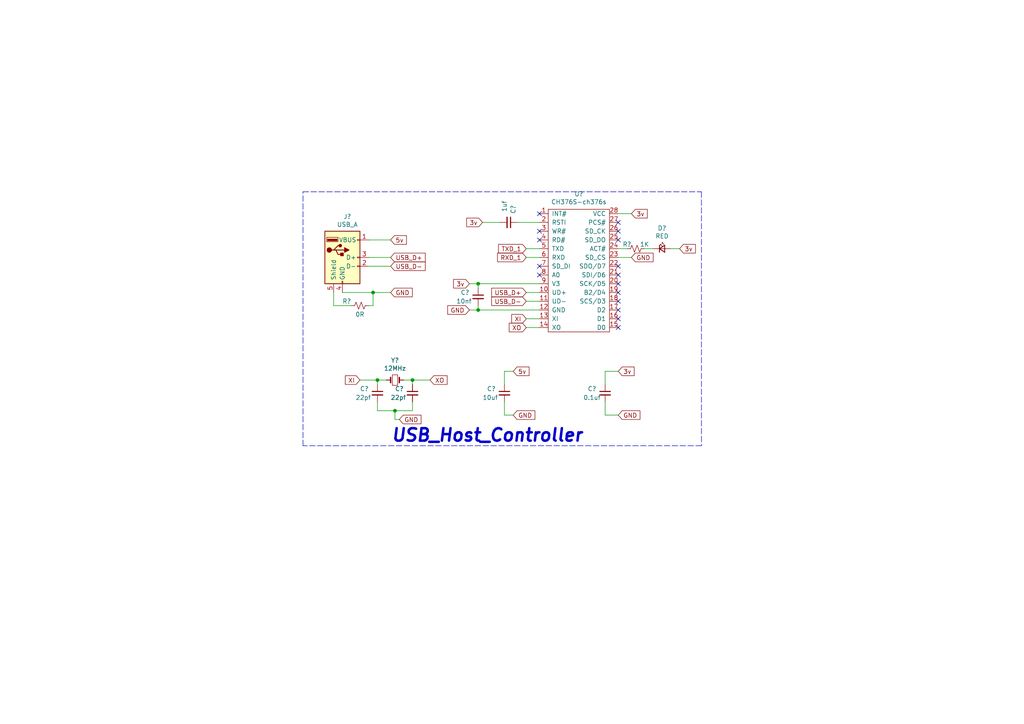
<source format=kicad_sch>
(kicad_sch (version 20211123) (generator eeschema)

  (uuid 35f33603-a65d-4e7e-9399-f524b8aed735)

  (paper "A4")

  (lib_symbols
    (symbol "Connector:USB_A" (pin_names (offset 1.016)) (in_bom yes) (on_board yes)
      (property "Reference" "J" (id 0) (at -5.08 11.43 0)
        (effects (font (size 1.27 1.27)) (justify left))
      )
      (property "Value" "USB_A" (id 1) (at -5.08 8.89 0)
        (effects (font (size 1.27 1.27)) (justify left))
      )
      (property "Footprint" "" (id 2) (at 3.81 -1.27 0)
        (effects (font (size 1.27 1.27)) hide)
      )
      (property "Datasheet" " ~" (id 3) (at 3.81 -1.27 0)
        (effects (font (size 1.27 1.27)) hide)
      )
      (property "ki_keywords" "connector USB" (id 4) (at 0 0 0)
        (effects (font (size 1.27 1.27)) hide)
      )
      (property "ki_description" "USB Type A connector" (id 5) (at 0 0 0)
        (effects (font (size 1.27 1.27)) hide)
      )
      (property "ki_fp_filters" "USB*" (id 6) (at 0 0 0)
        (effects (font (size 1.27 1.27)) hide)
      )
      (symbol "USB_A_0_1"
        (rectangle (start -5.08 -7.62) (end 5.08 7.62)
          (stroke (width 0.254) (type default) (color 0 0 0 0))
          (fill (type background))
        )
        (circle (center -3.81 2.159) (radius 0.635)
          (stroke (width 0.254) (type default) (color 0 0 0 0))
          (fill (type outline))
        )
        (rectangle (start -1.524 4.826) (end -4.318 5.334)
          (stroke (width 0) (type default) (color 0 0 0 0))
          (fill (type outline))
        )
        (rectangle (start -1.27 4.572) (end -4.572 5.842)
          (stroke (width 0) (type default) (color 0 0 0 0))
          (fill (type none))
        )
        (circle (center -0.635 3.429) (radius 0.381)
          (stroke (width 0.254) (type default) (color 0 0 0 0))
          (fill (type outline))
        )
        (rectangle (start -0.127 -7.62) (end 0.127 -6.858)
          (stroke (width 0) (type default) (color 0 0 0 0))
          (fill (type none))
        )
        (polyline
          (pts
            (xy -3.175 2.159)
            (xy -2.54 2.159)
            (xy -1.27 3.429)
            (xy -0.635 3.429)
          )
          (stroke (width 0.254) (type default) (color 0 0 0 0))
          (fill (type none))
        )
        (polyline
          (pts
            (xy -2.54 2.159)
            (xy -1.905 2.159)
            (xy -1.27 0.889)
            (xy 0 0.889)
          )
          (stroke (width 0.254) (type default) (color 0 0 0 0))
          (fill (type none))
        )
        (polyline
          (pts
            (xy 0.635 2.794)
            (xy 0.635 1.524)
            (xy 1.905 2.159)
            (xy 0.635 2.794)
          )
          (stroke (width 0.254) (type default) (color 0 0 0 0))
          (fill (type outline))
        )
        (rectangle (start 0.254 1.27) (end -0.508 0.508)
          (stroke (width 0.254) (type default) (color 0 0 0 0))
          (fill (type outline))
        )
        (rectangle (start 5.08 -2.667) (end 4.318 -2.413)
          (stroke (width 0) (type default) (color 0 0 0 0))
          (fill (type none))
        )
        (rectangle (start 5.08 -0.127) (end 4.318 0.127)
          (stroke (width 0) (type default) (color 0 0 0 0))
          (fill (type none))
        )
        (rectangle (start 5.08 4.953) (end 4.318 5.207)
          (stroke (width 0) (type default) (color 0 0 0 0))
          (fill (type none))
        )
      )
      (symbol "USB_A_1_1"
        (polyline
          (pts
            (xy -1.905 2.159)
            (xy 0.635 2.159)
          )
          (stroke (width 0.254) (type default) (color 0 0 0 0))
          (fill (type none))
        )
        (pin power_in line (at 7.62 5.08 180) (length 2.54)
          (name "VBUS" (effects (font (size 1.27 1.27))))
          (number "1" (effects (font (size 1.27 1.27))))
        )
        (pin bidirectional line (at 7.62 -2.54 180) (length 2.54)
          (name "D-" (effects (font (size 1.27 1.27))))
          (number "2" (effects (font (size 1.27 1.27))))
        )
        (pin bidirectional line (at 7.62 0 180) (length 2.54)
          (name "D+" (effects (font (size 1.27 1.27))))
          (number "3" (effects (font (size 1.27 1.27))))
        )
        (pin power_in line (at 0 -10.16 90) (length 2.54)
          (name "GND" (effects (font (size 1.27 1.27))))
          (number "4" (effects (font (size 1.27 1.27))))
        )
        (pin passive line (at -2.54 -10.16 90) (length 2.54)
          (name "Shield" (effects (font (size 1.27 1.27))))
          (number "5" (effects (font (size 1.27 1.27))))
        )
      )
    )
    (symbol "Device:C_Small" (pin_numbers hide) (pin_names (offset 0.254) hide) (in_bom yes) (on_board yes)
      (property "Reference" "C" (id 0) (at 0.254 1.778 0)
        (effects (font (size 1.27 1.27)) (justify left))
      )
      (property "Value" "C_Small" (id 1) (at 0.254 -2.032 0)
        (effects (font (size 1.27 1.27)) (justify left))
      )
      (property "Footprint" "" (id 2) (at 0 0 0)
        (effects (font (size 1.27 1.27)) hide)
      )
      (property "Datasheet" "~" (id 3) (at 0 0 0)
        (effects (font (size 1.27 1.27)) hide)
      )
      (property "ki_keywords" "capacitor cap" (id 4) (at 0 0 0)
        (effects (font (size 1.27 1.27)) hide)
      )
      (property "ki_description" "Unpolarized capacitor, small symbol" (id 5) (at 0 0 0)
        (effects (font (size 1.27 1.27)) hide)
      )
      (property "ki_fp_filters" "C_*" (id 6) (at 0 0 0)
        (effects (font (size 1.27 1.27)) hide)
      )
      (symbol "C_Small_0_1"
        (polyline
          (pts
            (xy -1.524 -0.508)
            (xy 1.524 -0.508)
          )
          (stroke (width 0.3302) (type default) (color 0 0 0 0))
          (fill (type none))
        )
        (polyline
          (pts
            (xy -1.524 0.508)
            (xy 1.524 0.508)
          )
          (stroke (width 0.3048) (type default) (color 0 0 0 0))
          (fill (type none))
        )
      )
      (symbol "C_Small_1_1"
        (pin passive line (at 0 2.54 270) (length 2.032)
          (name "~" (effects (font (size 1.27 1.27))))
          (number "1" (effects (font (size 1.27 1.27))))
        )
        (pin passive line (at 0 -2.54 90) (length 2.032)
          (name "~" (effects (font (size 1.27 1.27))))
          (number "2" (effects (font (size 1.27 1.27))))
        )
      )
    )
    (symbol "Device:Crystal_Small" (pin_numbers hide) (pin_names (offset 1.016) hide) (in_bom yes) (on_board yes)
      (property "Reference" "Y" (id 0) (at 0 2.54 0)
        (effects (font (size 1.27 1.27)))
      )
      (property "Value" "Crystal_Small" (id 1) (at 0 -2.54 0)
        (effects (font (size 1.27 1.27)))
      )
      (property "Footprint" "" (id 2) (at 0 0 0)
        (effects (font (size 1.27 1.27)) hide)
      )
      (property "Datasheet" "~" (id 3) (at 0 0 0)
        (effects (font (size 1.27 1.27)) hide)
      )
      (property "ki_keywords" "quartz ceramic resonator oscillator" (id 4) (at 0 0 0)
        (effects (font (size 1.27 1.27)) hide)
      )
      (property "ki_description" "Two pin crystal, small symbol" (id 5) (at 0 0 0)
        (effects (font (size 1.27 1.27)) hide)
      )
      (property "ki_fp_filters" "Crystal*" (id 6) (at 0 0 0)
        (effects (font (size 1.27 1.27)) hide)
      )
      (symbol "Crystal_Small_0_1"
        (rectangle (start -0.762 -1.524) (end 0.762 1.524)
          (stroke (width 0) (type default) (color 0 0 0 0))
          (fill (type none))
        )
        (polyline
          (pts
            (xy -1.27 -0.762)
            (xy -1.27 0.762)
          )
          (stroke (width 0.381) (type default) (color 0 0 0 0))
          (fill (type none))
        )
        (polyline
          (pts
            (xy 1.27 -0.762)
            (xy 1.27 0.762)
          )
          (stroke (width 0.381) (type default) (color 0 0 0 0))
          (fill (type none))
        )
      )
      (symbol "Crystal_Small_1_1"
        (pin passive line (at -2.54 0 0) (length 1.27)
          (name "1" (effects (font (size 1.27 1.27))))
          (number "1" (effects (font (size 1.27 1.27))))
        )
        (pin passive line (at 2.54 0 180) (length 1.27)
          (name "2" (effects (font (size 1.27 1.27))))
          (number "2" (effects (font (size 1.27 1.27))))
        )
      )
    )
    (symbol "Device:LED_Small" (pin_numbers hide) (pin_names (offset 0.254) hide) (in_bom yes) (on_board yes)
      (property "Reference" "D" (id 0) (at -1.27 3.175 0)
        (effects (font (size 1.27 1.27)) (justify left))
      )
      (property "Value" "LED_Small" (id 1) (at -4.445 -2.54 0)
        (effects (font (size 1.27 1.27)) (justify left))
      )
      (property "Footprint" "" (id 2) (at 0 0 90)
        (effects (font (size 1.27 1.27)) hide)
      )
      (property "Datasheet" "~" (id 3) (at 0 0 90)
        (effects (font (size 1.27 1.27)) hide)
      )
      (property "ki_keywords" "LED diode light-emitting-diode" (id 4) (at 0 0 0)
        (effects (font (size 1.27 1.27)) hide)
      )
      (property "ki_description" "Light emitting diode, small symbol" (id 5) (at 0 0 0)
        (effects (font (size 1.27 1.27)) hide)
      )
      (property "ki_fp_filters" "LED* LED_SMD:* LED_THT:*" (id 6) (at 0 0 0)
        (effects (font (size 1.27 1.27)) hide)
      )
      (symbol "LED_Small_0_1"
        (polyline
          (pts
            (xy -0.762 -1.016)
            (xy -0.762 1.016)
          )
          (stroke (width 0.254) (type default) (color 0 0 0 0))
          (fill (type none))
        )
        (polyline
          (pts
            (xy 1.016 0)
            (xy -0.762 0)
          )
          (stroke (width 0) (type default) (color 0 0 0 0))
          (fill (type none))
        )
        (polyline
          (pts
            (xy 0.762 -1.016)
            (xy -0.762 0)
            (xy 0.762 1.016)
            (xy 0.762 -1.016)
          )
          (stroke (width 0.254) (type default) (color 0 0 0 0))
          (fill (type none))
        )
        (polyline
          (pts
            (xy 0 0.762)
            (xy -0.508 1.27)
            (xy -0.254 1.27)
            (xy -0.508 1.27)
            (xy -0.508 1.016)
          )
          (stroke (width 0) (type default) (color 0 0 0 0))
          (fill (type none))
        )
        (polyline
          (pts
            (xy 0.508 1.27)
            (xy 0 1.778)
            (xy 0.254 1.778)
            (xy 0 1.778)
            (xy 0 1.524)
          )
          (stroke (width 0) (type default) (color 0 0 0 0))
          (fill (type none))
        )
      )
      (symbol "LED_Small_1_1"
        (pin passive line (at -2.54 0 0) (length 1.778)
          (name "K" (effects (font (size 1.27 1.27))))
          (number "1" (effects (font (size 1.27 1.27))))
        )
        (pin passive line (at 2.54 0 180) (length 1.778)
          (name "A" (effects (font (size 1.27 1.27))))
          (number "2" (effects (font (size 1.27 1.27))))
        )
      )
    )
    (symbol "Device:R_Small_US" (pin_numbers hide) (pin_names (offset 0.254) hide) (in_bom yes) (on_board yes)
      (property "Reference" "R" (id 0) (at 0.762 0.508 0)
        (effects (font (size 1.27 1.27)) (justify left))
      )
      (property "Value" "R_Small_US" (id 1) (at 0.762 -1.016 0)
        (effects (font (size 1.27 1.27)) (justify left))
      )
      (property "Footprint" "" (id 2) (at 0 0 0)
        (effects (font (size 1.27 1.27)) hide)
      )
      (property "Datasheet" "~" (id 3) (at 0 0 0)
        (effects (font (size 1.27 1.27)) hide)
      )
      (property "ki_keywords" "r resistor" (id 4) (at 0 0 0)
        (effects (font (size 1.27 1.27)) hide)
      )
      (property "ki_description" "Resistor, small US symbol" (id 5) (at 0 0 0)
        (effects (font (size 1.27 1.27)) hide)
      )
      (property "ki_fp_filters" "R_*" (id 6) (at 0 0 0)
        (effects (font (size 1.27 1.27)) hide)
      )
      (symbol "R_Small_US_1_1"
        (polyline
          (pts
            (xy 0 0)
            (xy 1.016 -0.381)
            (xy 0 -0.762)
            (xy -1.016 -1.143)
            (xy 0 -1.524)
          )
          (stroke (width 0) (type default) (color 0 0 0 0))
          (fill (type none))
        )
        (polyline
          (pts
            (xy 0 1.524)
            (xy 1.016 1.143)
            (xy 0 0.762)
            (xy -1.016 0.381)
            (xy 0 0)
          )
          (stroke (width 0) (type default) (color 0 0 0 0))
          (fill (type none))
        )
        (pin passive line (at 0 2.54 270) (length 1.016)
          (name "~" (effects (font (size 1.27 1.27))))
          (number "1" (effects (font (size 1.27 1.27))))
        )
        (pin passive line (at 0 -2.54 90) (length 1.016)
          (name "~" (effects (font (size 1.27 1.27))))
          (number "2" (effects (font (size 1.27 1.27))))
        )
      )
    )
    (symbol "StockPile_Final-rescue:CH376S-ch376s" (pin_names (offset 1.016)) (in_bom yes) (on_board yes)
      (property "Reference" "U" (id 0) (at 0 19.05 0)
        (effects (font (size 1.27 1.27)))
      )
      (property "Value" "CH376S-ch376s" (id 1) (at 0 -21.59 0)
        (effects (font (size 1.27 1.27)))
      )
      (property "Footprint" "" (id 2) (at 0 0 0)
        (effects (font (size 1.27 1.27)) hide)
      )
      (property "Datasheet" "" (id 3) (at 0 0 0)
        (effects (font (size 1.27 1.27)) hide)
      )
      (symbol "CH376S-ch376s_0_1"
        (rectangle (start -8.89 16.51) (end 8.89 -19.05)
          (stroke (width 0) (type default) (color 0 0 0 0))
          (fill (type none))
        )
      )
      (symbol "CH376S-ch376s_1_1"
        (pin input line (at -11.43 15.24 0) (length 2.54)
          (name "INT#" (effects (font (size 1.27 1.27))))
          (number "1" (effects (font (size 1.27 1.27))))
        )
        (pin input line (at -11.43 -7.62 0) (length 2.54)
          (name "UD+" (effects (font (size 1.27 1.27))))
          (number "10" (effects (font (size 1.27 1.27))))
        )
        (pin input line (at -11.43 -10.16 0) (length 2.54)
          (name "UD-" (effects (font (size 1.27 1.27))))
          (number "11" (effects (font (size 1.27 1.27))))
        )
        (pin input line (at -11.43 -12.7 0) (length 2.54)
          (name "GND" (effects (font (size 1.27 1.27))))
          (number "12" (effects (font (size 1.27 1.27))))
        )
        (pin input line (at -11.43 -15.24 0) (length 2.54)
          (name "XI" (effects (font (size 1.27 1.27))))
          (number "13" (effects (font (size 1.27 1.27))))
        )
        (pin input line (at -11.43 -17.78 0) (length 2.54)
          (name "XO" (effects (font (size 1.27 1.27))))
          (number "14" (effects (font (size 1.27 1.27))))
        )
        (pin input line (at 11.43 -17.78 180) (length 2.54)
          (name "D0" (effects (font (size 1.27 1.27))))
          (number "15" (effects (font (size 1.27 1.27))))
        )
        (pin input line (at 11.43 -15.24 180) (length 2.54)
          (name "D1" (effects (font (size 1.27 1.27))))
          (number "16" (effects (font (size 1.27 1.27))))
        )
        (pin input line (at 11.43 -12.7 180) (length 2.54)
          (name "D2" (effects (font (size 1.27 1.27))))
          (number "17" (effects (font (size 1.27 1.27))))
        )
        (pin input line (at 11.43 -10.16 180) (length 2.54)
          (name "SCS/D3" (effects (font (size 1.27 1.27))))
          (number "18" (effects (font (size 1.27 1.27))))
        )
        (pin input line (at 11.43 -7.62 180) (length 2.54)
          (name "B2/D4" (effects (font (size 1.27 1.27))))
          (number "19" (effects (font (size 1.27 1.27))))
        )
        (pin input line (at -11.43 12.7 0) (length 2.54)
          (name "RSTI" (effects (font (size 1.27 1.27))))
          (number "2" (effects (font (size 1.27 1.27))))
        )
        (pin input line (at 11.43 -5.08 180) (length 2.54)
          (name "SCK/D5" (effects (font (size 1.27 1.27))))
          (number "20" (effects (font (size 1.27 1.27))))
        )
        (pin input line (at 11.43 -2.54 180) (length 2.54)
          (name "SDI/D6" (effects (font (size 1.27 1.27))))
          (number "21" (effects (font (size 1.27 1.27))))
        )
        (pin input line (at 11.43 0 180) (length 2.54)
          (name "SDO/D7" (effects (font (size 1.27 1.27))))
          (number "22" (effects (font (size 1.27 1.27))))
        )
        (pin input line (at 11.43 2.54 180) (length 2.54)
          (name "SD_CS" (effects (font (size 1.27 1.27))))
          (number "23" (effects (font (size 1.27 1.27))))
        )
        (pin input line (at 11.43 5.08 180) (length 2.54)
          (name "ACT#" (effects (font (size 1.27 1.27))))
          (number "24" (effects (font (size 1.27 1.27))))
        )
        (pin input line (at 11.43 7.62 180) (length 2.54)
          (name "SD_DO" (effects (font (size 1.27 1.27))))
          (number "25" (effects (font (size 1.27 1.27))))
        )
        (pin input line (at 11.43 10.16 180) (length 2.54)
          (name "SD_CK" (effects (font (size 1.27 1.27))))
          (number "26" (effects (font (size 1.27 1.27))))
        )
        (pin input line (at 11.43 12.7 180) (length 2.54)
          (name "PCS#" (effects (font (size 1.27 1.27))))
          (number "27" (effects (font (size 1.27 1.27))))
        )
        (pin input line (at 11.43 15.24 180) (length 2.54)
          (name "VCC" (effects (font (size 1.27 1.27))))
          (number "28" (effects (font (size 1.27 1.27))))
        )
        (pin input line (at -11.43 10.16 0) (length 2.54)
          (name "WR#" (effects (font (size 1.27 1.27))))
          (number "3" (effects (font (size 1.27 1.27))))
        )
        (pin input line (at -11.43 7.62 0) (length 2.54)
          (name "RD#" (effects (font (size 1.27 1.27))))
          (number "4" (effects (font (size 1.27 1.27))))
        )
        (pin input line (at -11.43 5.08 0) (length 2.54)
          (name "TXD" (effects (font (size 1.27 1.27))))
          (number "5" (effects (font (size 1.27 1.27))))
        )
        (pin input line (at -11.43 2.54 0) (length 2.54)
          (name "RXD" (effects (font (size 1.27 1.27))))
          (number "6" (effects (font (size 1.27 1.27))))
        )
        (pin input line (at -11.43 0 0) (length 2.54)
          (name "SD_DI" (effects (font (size 1.27 1.27))))
          (number "7" (effects (font (size 1.27 1.27))))
        )
        (pin input line (at -11.43 -2.54 0) (length 2.54)
          (name "A0" (effects (font (size 1.27 1.27))))
          (number "8" (effects (font (size 1.27 1.27))))
        )
        (pin input line (at -11.43 -5.08 0) (length 2.54)
          (name "V3" (effects (font (size 1.27 1.27))))
          (number "9" (effects (font (size 1.27 1.27))))
        )
      )
    )
    (symbol "Switch:SW_Push" (pin_numbers hide) (pin_names (offset 1.016) hide) (in_bom yes) (on_board yes)
      (property "Reference" "SW" (id 0) (at 1.27 2.54 0)
        (effects (font (size 1.27 1.27)) (justify left))
      )
      (property "Value" "SW_Push" (id 1) (at 0 -1.524 0)
        (effects (font (size 1.27 1.27)))
      )
      (property "Footprint" "" (id 2) (at 0 5.08 0)
        (effects (font (size 1.27 1.27)) hide)
      )
      (property "Datasheet" "~" (id 3) (at 0 5.08 0)
        (effects (font (size 1.27 1.27)) hide)
      )
      (property "ki_keywords" "switch normally-open pushbutton push-button" (id 4) (at 0 0 0)
        (effects (font (size 1.27 1.27)) hide)
      )
      (property "ki_description" "Push button switch, generic, two pins" (id 5) (at 0 0 0)
        (effects (font (size 1.27 1.27)) hide)
      )
      (symbol "SW_Push_0_1"
        (circle (center -2.032 0) (radius 0.508)
          (stroke (width 0) (type default) (color 0 0 0 0))
          (fill (type none))
        )
        (polyline
          (pts
            (xy 0 1.27)
            (xy 0 3.048)
          )
          (stroke (width 0) (type default) (color 0 0 0 0))
          (fill (type none))
        )
        (polyline
          (pts
            (xy 2.54 1.27)
            (xy -2.54 1.27)
          )
          (stroke (width 0) (type default) (color 0 0 0 0))
          (fill (type none))
        )
        (circle (center 2.032 0) (radius 0.508)
          (stroke (width 0) (type default) (color 0 0 0 0))
          (fill (type none))
        )
        (pin passive line (at -5.08 0 0) (length 2.54)
          (name "1" (effects (font (size 1.27 1.27))))
          (number "1" (effects (font (size 1.27 1.27))))
        )
        (pin passive line (at 5.08 0 180) (length 2.54)
          (name "2" (effects (font (size 1.27 1.27))))
          (number "2" (effects (font (size 1.27 1.27))))
        )
      )
    )
  )

  (junction (at -106.934 90.932) (diameter 0) (color 0 0 0 0)
    (uuid 09c5bc02-a419-455c-a466-436d14358dde)
  )
  (junction (at -132.334 90.932) (diameter 0) (color 0 0 0 0)
    (uuid 180b2908-8dae-4e2d-8004-5fbf31bd6bb4)
  )
  (junction (at -30.734 71.882) (diameter 0) (color 0 0 0 0)
    (uuid 2161efe8-b695-4695-8cb4-9cd28d2fcff6)
  )
  (junction (at -73.914 97.282) (diameter 0) (color 0 0 0 0)
    (uuid 2df36c7d-a974-40f0-9eaa-8a379f05141c)
  )
  (junction (at -99.314 78.232) (diameter 0) (color 0 0 0 0)
    (uuid 3593ac02-64b6-4a09-b5ce-5df341f1aa56)
  )
  (junction (at 108.204 84.836) (diameter 0) (color 0 0 0 0)
    (uuid 41524d81-a7f7-45af-a8c6-15609b68d1fd)
  )
  (junction (at 119.634 110.236) (diameter 0) (color 0 0 0 0)
    (uuid 4375ab9a-cebb-448a-bb75-1fa4fe977171)
  )
  (junction (at -150.114 116.332) (diameter 0) (color 0 0 0 0)
    (uuid 4507a564-8973-464c-9b72-4cf79d28a93a)
  )
  (junction (at -132.334 109.982) (diameter 0) (color 0 0 0 0)
    (uuid 468e5b6e-3dbe-48b4-8f0f-d3fc3fc586b7)
  )
  (junction (at -124.714 78.232) (diameter 0) (color 0 0 0 0)
    (uuid 49a0d6f2-7814-4a8b-a66f-8b37ca899e2a)
  )
  (junction (at -81.534 71.882) (diameter 0) (color 0 0 0 0)
    (uuid 5e334666-af70-4bbd-b4f0-340a4f0554cb)
  )
  (junction (at 109.474 110.236) (diameter 0) (color 0 0 0 0)
    (uuid 5fba7ff8-02f1-4ac0-93c4-5bd7becbcf63)
  )
  (junction (at 114.554 119.126) (diameter 0) (color 0 0 0 0)
    (uuid 60960af7-b938-44a8-82b5-e9c36f2e6817)
  )
  (junction (at -106.934 71.882) (diameter 0) (color 0 0 0 0)
    (uuid 634afa8c-24b2-44f1-acc7-35a30435833a)
  )
  (junction (at -99.314 97.282) (diameter 0) (color 0 0 0 0)
    (uuid 66b7de79-25cc-4e7d-8c4f-17d457be7f0e)
  )
  (junction (at -56.134 109.982) (diameter 0) (color 0 0 0 0)
    (uuid 7ba397ae-0d1a-4732-8972-9612adee451c)
  )
  (junction (at -73.914 78.232) (diameter 0) (color 0 0 0 0)
    (uuid 80cf819f-5c64-4cfe-928a-8988996e68f4)
  )
  (junction (at -99.314 116.332) (diameter 0) (color 0 0 0 0)
    (uuid 8acdaf93-3378-4d13-8bf9-6b0317108d20)
  )
  (junction (at -30.734 90.932) (diameter 0) (color 0 0 0 0)
    (uuid 9859cc67-0089-4797-bd1f-5d9b99ee2ed0)
  )
  (junction (at -73.914 135.382) (diameter 0) (color 0 0 0 0)
    (uuid a11c9cbc-6b23-4372-be92-5489517fa5c9)
  )
  (junction (at -99.314 135.382) (diameter 0) (color 0 0 0 0)
    (uuid ad9a43f6-1244-442e-afff-20aeaa675c81)
  )
  (junction (at -81.534 90.932) (diameter 0) (color 0 0 0 0)
    (uuid b2145a43-1d2b-4919-aa3a-cc0d488feddd)
  )
  (junction (at -56.134 71.882) (diameter 0) (color 0 0 0 0)
    (uuid b4eb22c3-d6b9-4385-8c70-5342c71f259a)
  )
  (junction (at -124.714 116.332) (diameter 0) (color 0 0 0 0)
    (uuid bef020f9-84df-41f6-aa60-f9e0bde7e6d4)
  )
  (junction (at -30.734 109.982) (diameter 0) (color 0 0 0 0)
    (uuid caab9318-b634-42d4-8f60-25e2241c571e)
  )
  (junction (at -124.714 97.282) (diameter 0) (color 0 0 0 0)
    (uuid cbe20cf1-f3fd-4e01-a85b-49869470ab7a)
  )
  (junction (at -124.714 135.382) (diameter 0) (color 0 0 0 0)
    (uuid d5e38fca-598b-4d8a-98c9-6da71b070d70)
  )
  (junction (at -150.114 97.282) (diameter 0) (color 0 0 0 0)
    (uuid d956e1ea-5303-43e6-ad9e-8474fd13af5e)
  )
  (junction (at -81.534 109.982) (diameter 0) (color 0 0 0 0)
    (uuid dc9b167f-e351-4631-a7cb-008b5636723f)
  )
  (junction (at 138.684 82.296) (diameter 0) (color 0 0 0 0)
    (uuid dd5f7736-b8aa-44f2-a044-e514d63d48f3)
  )
  (junction (at -132.334 71.882) (diameter 0) (color 0 0 0 0)
    (uuid deb3c8d4-cd4a-4c3f-9749-bd9ef6b7b0d7)
  )
  (junction (at -73.914 116.332) (diameter 0) (color 0 0 0 0)
    (uuid e0c2897c-68a4-44aa-a2aa-fda96e7fcf19)
  )
  (junction (at -150.114 78.232) (diameter 0) (color 0 0 0 0)
    (uuid e62cd3e5-3573-442a-b38f-08f0c6bede20)
  )
  (junction (at 138.684 89.916) (diameter 0) (color 0 0 0 0)
    (uuid e7376da1-2f59-4570-81e8-46fca0289df0)
  )
  (junction (at -150.114 135.382) (diameter 0) (color 0 0 0 0)
    (uuid eb7817e4-d031-4471-be3c-ff46eaa3d69f)
  )
  (junction (at -56.134 90.932) (diameter 0) (color 0 0 0 0)
    (uuid f3cdd00b-eb1a-4c2b-9555-c97bc808f5b1)
  )
  (junction (at -106.934 109.982) (diameter 0) (color 0 0 0 0)
    (uuid fe20c59b-2dbc-4304-99a5-d279608b3de9)
  )

  (no_connect (at 179.324 67.056) (uuid 0a79db37-f1d9-40b1-a24d-8bdfb8f637e2))
  (no_connect (at 156.464 67.056) (uuid 15a5a11b-0ea1-4f6e-b356-cc2d530615ed))
  (no_connect (at 156.464 61.976) (uuid 24a492d9-25a9-4fba-b51b-3effb576b351))
  (no_connect (at 179.324 87.376) (uuid 315d2b15-cfe6-4672-b3ad-24773f3df12c))
  (no_connect (at 179.324 94.996) (uuid 48034820-9d25-4020-8e74-d44c1441e803))
  (no_connect (at 156.464 79.756) (uuid 4d51bc15-1f84-46be-8e16-e836b10f854e))
  (no_connect (at 179.324 89.916) (uuid 5a319d05-1a85-43fe-a179-ebcee7212a03))
  (no_connect (at 179.324 84.836) (uuid 80ace02d-cb21-4f08-bc25-572a9e56ff99))
  (no_connect (at 179.324 77.216) (uuid 82907d2e-4560-49c2-9cfc-01b127317195))
  (no_connect (at 179.324 69.596) (uuid 83d85a81-e014-4ee9-9433-a9a045c80893))
  (no_connect (at 156.464 77.216) (uuid 8afe1dbf-1187-4362-8af8-a90ca839a6b3))
  (no_connect (at 179.324 82.296) (uuid ab34b936-8ca5-4be1-8599-504cb86609fc))
  (no_connect (at 179.324 64.516) (uuid c1c05ce7-1c25-4382-b3b9-d3ec327783d4))
  (no_connect (at 156.464 69.596) (uuid c8b93f12-bc5c-4ce5-b954-377d903895f1))
  (no_connect (at 179.324 79.756) (uuid d5c86a84-6c8b-48b5-b583-2fe7052421ab))
  (no_connect (at 179.324 92.456) (uuid dd3da890-32ef-4a5a-aea4-e5d2141f1ff1))

  (wire (pts (xy -132.334 129.032) (xy -139.954 129.032))
    (stroke (width 0) (type default) (color 0 0 0 0))
    (uuid 04405cc9-33ca-4ef3-8f14-0f61cc1d7f6d)
  )
  (wire (pts (xy -38.354 109.982) (xy -30.734 109.982))
    (stroke (width 0) (type default) (color 0 0 0 0))
    (uuid 06394603-6a1b-4634-91a3-3db4fb799dd7)
  )
  (wire (pts (xy -73.914 90.932) (xy -73.914 97.282))
    (stroke (width 0) (type default) (color 0 0 0 0))
    (uuid 08fe82a1-1dc6-40a5-87b0-02baf4392d3d)
  )
  (wire (pts (xy -81.534 109.982) (xy -81.534 129.032))
    (stroke (width 0) (type default) (color 0 0 0 0))
    (uuid 0c751050-b888-4abc-8779-697fb8bdde6f)
  )
  (wire (pts (xy -56.134 71.882) (xy -56.134 90.932))
    (stroke (width 0) (type default) (color 0 0 0 0))
    (uuid 0eea635c-9c0c-4ce3-956d-ac29beb602a7)
  )
  (wire (pts (xy -89.154 71.882) (xy -81.534 71.882))
    (stroke (width 0) (type default) (color 0 0 0 0))
    (uuid 0f7f8cce-a544-4e28-adab-b006ffe43089)
  )
  (wire (pts (xy -89.154 90.932) (xy -81.534 90.932))
    (stroke (width 0) (type default) (color 0 0 0 0))
    (uuid 10731a38-902e-476b-ae21-755798fcd310)
  )
  (wire (pts (xy 138.684 88.646) (xy 138.684 89.916))
    (stroke (width 0) (type default) (color 0 0 0 0))
    (uuid 10fa1a8c-62cb-4b8f-b916-b18d737ff71b)
  )
  (wire (pts (xy 152.654 92.456) (xy 156.464 92.456))
    (stroke (width 0) (type default) (color 0 0 0 0))
    (uuid 121b7b08-bed9-441b-b060-efed31f37089)
  )
  (wire (pts (xy -30.734 90.932) (xy -30.734 109.982))
    (stroke (width 0) (type default) (color 0 0 0 0))
    (uuid 123cc1e2-6b17-4738-9ad9-1e6bcf15998a)
  )
  (wire (pts (xy 148.844 107.696) (xy 146.304 107.696))
    (stroke (width 0) (type default) (color 0 0 0 0))
    (uuid 14a3cbec-b1b9-4736-8e00-ba5be98954ab)
  )
  (wire (pts (xy -170.434 97.282) (xy -150.114 97.282))
    (stroke (width 0) (type default) (color 0 0 0 0))
    (uuid 1813c615-8749-4fe5-8026-700f1c41f724)
  )
  (wire (pts (xy 108.204 88.646) (xy 108.204 84.836))
    (stroke (width 0) (type default) (color 0 0 0 0))
    (uuid 188eabba-12a3-47b7-9be1-03f0c5a948eb)
  )
  (wire (pts (xy -73.914 109.982) (xy -73.914 116.332))
    (stroke (width 0) (type default) (color 0 0 0 0))
    (uuid 1df33072-41bd-4574-b71c-12d34ccee9d8)
  )
  (wire (pts (xy -48.514 97.282) (xy -48.514 90.932))
    (stroke (width 0) (type default) (color 0 0 0 0))
    (uuid 20baccf3-baef-4572-9ba4-8f47f2491fe9)
  )
  (wire (pts (xy -30.734 109.982) (xy -30.734 129.032))
    (stroke (width 0) (type default) (color 0 0 0 0))
    (uuid 2128cd6a-874b-4c20-bf4b-b5c19d67d488)
  )
  (wire (pts (xy -170.434 116.332) (xy -150.114 116.332))
    (stroke (width 0) (type default) (color 0 0 0 0))
    (uuid 21e8feb0-1628-4caf-bb36-e985889fdc12)
  )
  (polyline (pts (xy 87.884 55.626) (xy 203.454 55.626))
    (stroke (width 0) (type default) (color 0 0 0 0))
    (uuid 296ded40-ed53-4798-8db4-dad7b794226b)
  )

  (wire (pts (xy 108.204 84.836) (xy 113.284 84.836))
    (stroke (width 0) (type default) (color 0 0 0 0))
    (uuid 29cd9e70-9b68-44f7-96b2-fe993c246832)
  )
  (wire (pts (xy 119.634 110.236) (xy 119.634 111.506))
    (stroke (width 0) (type default) (color 0 0 0 0))
    (uuid 2ba21493-929b-4122-ac0f-7aeaf8602cef)
  )
  (wire (pts (xy -99.314 135.382) (xy -73.914 135.382))
    (stroke (width 0) (type default) (color 0 0 0 0))
    (uuid 2c186cbf-9cac-4388-adb2-6d310baf89db)
  )
  (polyline (pts (xy 203.454 129.286) (xy 87.884 129.286))
    (stroke (width 0) (type default) (color 0 0 0 0))
    (uuid 2e0f69a6-955c-44f2-af4d-b4ad566ef54b)
  )

  (wire (pts (xy 106.934 74.676) (xy 113.284 74.676))
    (stroke (width 0) (type default) (color 0 0 0 0))
    (uuid 2e1d63b8-5189-41bb-8b6a-c4ada546b2d5)
  )
  (wire (pts (xy 139.954 64.516) (xy 145.034 64.516))
    (stroke (width 0) (type default) (color 0 0 0 0))
    (uuid 2f33286e-7553-4442-acf0-23c61fcd6ab0)
  )
  (wire (pts (xy 152.654 72.136) (xy 156.464 72.136))
    (stroke (width 0) (type default) (color 0 0 0 0))
    (uuid 2f5467a7-bd49-433c-92f2-60a842e66f7b)
  )
  (wire (pts (xy -99.314 129.032) (xy -99.314 135.382))
    (stroke (width 0) (type default) (color 0 0 0 0))
    (uuid 307233f7-f5c9-40df-9722-089522eba0d0)
  )
  (wire (pts (xy -150.114 135.382) (xy -124.714 135.382))
    (stroke (width 0) (type default) (color 0 0 0 0))
    (uuid 331fc568-3d51-45d8-97fa-4dec424c6062)
  )
  (wire (pts (xy 119.634 119.126) (xy 119.634 116.586))
    (stroke (width 0) (type default) (color 0 0 0 0))
    (uuid 3388a811-b444-4ecc-a564-b22a1b731ab4)
  )
  (wire (pts (xy -99.314 97.282) (xy -73.914 97.282))
    (stroke (width 0) (type default) (color 0 0 0 0))
    (uuid 3542f43a-1f13-4cce-9271-70b566edd0bd)
  )
  (wire (pts (xy -56.134 109.982) (xy -56.134 129.032))
    (stroke (width 0) (type default) (color 0 0 0 0))
    (uuid 379a695d-ea9b-4bba-9f01-31ed59e6dc9d)
  )
  (wire (pts (xy 106.934 88.646) (xy 108.204 88.646))
    (stroke (width 0) (type default) (color 0 0 0 0))
    (uuid 3dbc1b14-20e2-4dcb-8347-d33c13d3f0e0)
  )
  (wire (pts (xy -48.514 78.232) (xy -48.514 71.882))
    (stroke (width 0) (type default) (color 0 0 0 0))
    (uuid 3ed06888-3317-48dc-81bf-b0025303318c)
  )
  (wire (pts (xy -81.534 90.932) (xy -81.534 109.982))
    (stroke (width 0) (type default) (color 0 0 0 0))
    (uuid 42fdaf50-6fa0-4325-8503-ef4174de307c)
  )
  (wire (pts (xy 152.654 87.376) (xy 156.464 87.376))
    (stroke (width 0) (type default) (color 0 0 0 0))
    (uuid 43f341b3-06e9-4e7a-a26e-5365b89d76bf)
  )
  (wire (pts (xy -114.554 90.932) (xy -106.934 90.932))
    (stroke (width 0) (type default) (color 0 0 0 0))
    (uuid 4590e23b-8d5e-45c4-be4f-88721392542c)
  )
  (wire (pts (xy -114.554 71.882) (xy -106.934 71.882))
    (stroke (width 0) (type default) (color 0 0 0 0))
    (uuid 45947b32-648a-4686-8f2e-1035503f7831)
  )
  (wire (pts (xy -124.714 97.282) (xy -99.314 97.282))
    (stroke (width 0) (type default) (color 0 0 0 0))
    (uuid 46402e3f-7dc6-4ced-b844-bd6e90f204e5)
  )
  (wire (pts (xy 152.654 74.676) (xy 156.464 74.676))
    (stroke (width 0) (type default) (color 0 0 0 0))
    (uuid 47484446-e64c-4a82-88af-15de92cf6ad4)
  )
  (wire (pts (xy 114.554 121.666) (xy 114.554 119.126))
    (stroke (width 0) (type default) (color 0 0 0 0))
    (uuid 47957453-fce7-4d98-833c-e34bb8a852a5)
  )
  (wire (pts (xy -48.514 116.332) (xy -48.514 109.982))
    (stroke (width 0) (type default) (color 0 0 0 0))
    (uuid 48c69221-7097-4358-a945-18ac26d862fe)
  )
  (wire (pts (xy 112.014 110.236) (xy 109.474 110.236))
    (stroke (width 0) (type default) (color 0 0 0 0))
    (uuid 4b534cd1-c414-4029-9164-e46766faf60e)
  )
  (wire (pts (xy -73.914 97.282) (xy -48.514 97.282))
    (stroke (width 0) (type default) (color 0 0 0 0))
    (uuid 4cf95094-3552-494f-88bc-8a44cba50a02)
  )
  (wire (pts (xy 109.474 119.126) (xy 114.554 119.126))
    (stroke (width 0) (type default) (color 0 0 0 0))
    (uuid 4e66ba18-389e-4ff9-97c1-8bd8fb047a01)
  )
  (wire (pts (xy 138.684 82.296) (xy 138.684 83.566))
    (stroke (width 0) (type default) (color 0 0 0 0))
    (uuid 5206328f-de7d-41ba-bad8-f1768b7701cb)
  )
  (wire (pts (xy -99.314 71.882) (xy -99.314 78.232))
    (stroke (width 0) (type default) (color 0 0 0 0))
    (uuid 532470fb-0dc1-4e51-be2b-2be9b184e3aa)
  )
  (wire (pts (xy 183.134 61.976) (xy 179.324 61.976))
    (stroke (width 0) (type default) (color 0 0 0 0))
    (uuid 53ae21b8-f187-4817-8c27-1f06278d249b)
  )
  (wire (pts (xy -106.934 54.102) (xy -106.934 71.882))
    (stroke (width 0) (type default) (color 0 0 0 0))
    (uuid 56a0bea8-858c-47da-a4ea-1d73f7d9339d)
  )
  (wire (pts (xy -63.754 71.882) (xy -56.134 71.882))
    (stroke (width 0) (type default) (color 0 0 0 0))
    (uuid 5f56294a-db70-475c-8f84-379dcd0437d0)
  )
  (wire (pts (xy -99.314 109.982) (xy -99.314 116.332))
    (stroke (width 0) (type default) (color 0 0 0 0))
    (uuid 5f73a2ed-4a03-4a92-bd10-c6cd08289c0a)
  )
  (wire (pts (xy -63.754 109.982) (xy -56.134 109.982))
    (stroke (width 0) (type default) (color 0 0 0 0))
    (uuid 6110242e-4c73-425f-a004-5e95222f4241)
  )
  (polyline (pts (xy 203.454 55.626) (xy 203.454 129.286))
    (stroke (width 0) (type default) (color 0 0 0 0))
    (uuid 61a18b62-4111-4a9d-8fca-04c4c6f90cc3)
  )

  (wire (pts (xy 146.304 107.696) (xy 146.304 111.506))
    (stroke (width 0) (type default) (color 0 0 0 0))
    (uuid 61eb7a4f-888e-4082-9c74-1d94f58e7c05)
  )
  (wire (pts (xy -73.914 135.382) (xy -48.514 135.382))
    (stroke (width 0) (type default) (color 0 0 0 0))
    (uuid 63127317-183f-4d62-8758-bf4f1c953d00)
  )
  (wire (pts (xy -132.334 109.982) (xy -132.334 129.032))
    (stroke (width 0) (type default) (color 0 0 0 0))
    (uuid 66becfff-6c72-4445-8813-3e8b109d2d96)
  )
  (polyline (pts (xy 87.884 129.286) (xy 87.884 55.626))
    (stroke (width 0) (type default) (color 0 0 0 0))
    (uuid 6e508bf2-c65e-4107-867d-a3cf9a86c69e)
  )

  (wire (pts (xy -73.914 116.332) (xy -48.514 116.332))
    (stroke (width 0) (type default) (color 0 0 0 0))
    (uuid 6e59773b-20cf-43bf-aecf-380aa682d29d)
  )
  (wire (pts (xy -150.114 90.932) (xy -150.114 97.282))
    (stroke (width 0) (type default) (color 0 0 0 0))
    (uuid 6fbd3d48-ee0a-45d2-838f-39bb103d8c1d)
  )
  (wire (pts (xy 136.144 89.916) (xy 138.684 89.916))
    (stroke (width 0) (type default) (color 0 0 0 0))
    (uuid 7114de55-86d9-46c1-a412-07f5eb895435)
  )
  (wire (pts (xy 186.944 72.136) (xy 189.484 72.136))
    (stroke (width 0) (type default) (color 0 0 0 0))
    (uuid 717b25a7-c9c2-4f6f-b744-a96113325c99)
  )
  (wire (pts (xy 150.114 64.516) (xy 156.464 64.516))
    (stroke (width 0) (type default) (color 0 0 0 0))
    (uuid 71aa3829-956e-4ff9-af3f-b06e50ab2b5a)
  )
  (wire (pts (xy -81.534 54.102) (xy -81.534 71.882))
    (stroke (width 0) (type default) (color 0 0 0 0))
    (uuid 7244c5a7-e0ea-4542-bb1d-7a598aa8bedf)
  )
  (wire (pts (xy -73.914 129.032) (xy -73.914 135.382))
    (stroke (width 0) (type default) (color 0 0 0 0))
    (uuid 728c79e9-5768-4bc5-81e1-e9810ba43862)
  )
  (wire (pts (xy 117.094 110.236) (xy 119.634 110.236))
    (stroke (width 0) (type default) (color 0 0 0 0))
    (uuid 73a6ec8e-8641-4014-be28-4611d398be32)
  )
  (wire (pts (xy 106.934 77.216) (xy 113.284 77.216))
    (stroke (width 0) (type default) (color 0 0 0 0))
    (uuid 750e60a2-e808-4253-8275-b79930fb2714)
  )
  (wire (pts (xy -89.154 109.982) (xy -81.534 109.982))
    (stroke (width 0) (type default) (color 0 0 0 0))
    (uuid 79699542-9f07-43b2-ac36-ad799c2e620d)
  )
  (wire (pts (xy -150.114 109.982) (xy -150.114 116.332))
    (stroke (width 0) (type default) (color 0 0 0 0))
    (uuid 7a3ce6f4-7eb5-453a-b479-e95deb533d24)
  )
  (wire (pts (xy -139.954 109.982) (xy -132.334 109.982))
    (stroke (width 0) (type default) (color 0 0 0 0))
    (uuid 7c079cdd-5d2f-499f-8c5b-280d901e425e)
  )
  (wire (pts (xy 175.514 120.396) (xy 179.324 120.396))
    (stroke (width 0) (type default) (color 0 0 0 0))
    (uuid 7df9ce6f-7f38-4582-a049-7f92faf1abc9)
  )
  (wire (pts (xy -150.114 129.032) (xy -150.114 135.382))
    (stroke (width 0) (type default) (color 0 0 0 0))
    (uuid 80369c3f-0e91-4737-930e-680c8afc9cb8)
  )
  (wire (pts (xy -37.084 54.102) (xy -30.734 54.102))
    (stroke (width 0) (type default) (color 0 0 0 0))
    (uuid 80842f0f-4c18-4d0e-8e52-00c21a966069)
  )
  (wire (pts (xy -63.754 90.932) (xy -56.134 90.932))
    (stroke (width 0) (type default) (color 0 0 0 0))
    (uuid 8107dfdb-5f40-4867-8d4f-0608a441133f)
  )
  (wire (pts (xy -56.134 129.032) (xy -63.754 129.032))
    (stroke (width 0) (type default) (color 0 0 0 0))
    (uuid 81c18b0a-52ca-46af-8bf3-8ef5b585e478)
  )
  (wire (pts (xy -124.714 135.382) (xy -99.314 135.382))
    (stroke (width 0) (type default) (color 0 0 0 0))
    (uuid 81ea2786-5d0c-4335-9e3e-ef74431a8864)
  )
  (wire (pts (xy -73.914 71.882) (xy -73.914 78.232))
    (stroke (width 0) (type default) (color 0 0 0 0))
    (uuid 82e3ecd2-ea16-43d5-94cd-f241e6a23c7e)
  )
  (wire (pts (xy -150.114 97.282) (xy -124.714 97.282))
    (stroke (width 0) (type default) (color 0 0 0 0))
    (uuid 83b191de-48a5-4d4c-a74f-373ba35f1d32)
  )
  (wire (pts (xy 113.284 69.596) (xy 106.934 69.596))
    (stroke (width 0) (type default) (color 0 0 0 0))
    (uuid 846ce0b5-f99e-4df4-8803-62f82ae6f3e3)
  )
  (wire (pts (xy -114.554 109.982) (xy -106.934 109.982))
    (stroke (width 0) (type default) (color 0 0 0 0))
    (uuid 853590de-0080-42bf-92cd-f14b3b1f6cb4)
  )
  (wire (pts (xy -48.514 135.382) (xy -48.514 129.032))
    (stroke (width 0) (type default) (color 0 0 0 0))
    (uuid 854eebfc-d5fa-46d4-ab6b-786e09ae93ca)
  )
  (wire (pts (xy -170.434 135.382) (xy -150.114 135.382))
    (stroke (width 0) (type default) (color 0 0 0 0))
    (uuid 8726764d-e241-40ae-bc19-f1316ce245a6)
  )
  (wire (pts (xy -124.714 109.982) (xy -124.714 116.332))
    (stroke (width 0) (type default) (color 0 0 0 0))
    (uuid 878f6c1a-af21-4c4c-9865-1ea471bcfd30)
  )
  (wire (pts (xy 114.554 119.126) (xy 119.634 119.126))
    (stroke (width 0) (type default) (color 0 0 0 0))
    (uuid 8aa8d47e-f495-4049-8ac9-7f2ac3205412)
  )
  (wire (pts (xy -99.314 116.332) (xy -73.914 116.332))
    (stroke (width 0) (type default) (color 0 0 0 0))
    (uuid 8e606922-08c7-4d14-8e6b-d1873e169fc8)
  )
  (wire (pts (xy -150.114 116.332) (xy -124.714 116.332))
    (stroke (width 0) (type default) (color 0 0 0 0))
    (uuid 92db4a2d-7f82-48cb-862a-46b7b362633f)
  )
  (wire (pts (xy 179.324 107.696) (xy 175.514 107.696))
    (stroke (width 0) (type default) (color 0 0 0 0))
    (uuid 93afd2e8-e16c-4e06-b872-cf0e624aee35)
  )
  (wire (pts (xy -38.354 71.882) (xy -30.734 71.882))
    (stroke (width 0) (type default) (color 0 0 0 0))
    (uuid 965628ff-8465-49dd-a74a-21b3a206343a)
  )
  (wire (pts (xy -150.114 78.232) (xy -124.714 78.232))
    (stroke (width 0) (type default) (color 0 0 0 0))
    (uuid 965d0aaf-fdb7-4ec5-bba2-3376ff0baf46)
  )
  (wire (pts (xy -81.534 129.032) (xy -89.154 129.032))
    (stroke (width 0) (type default) (color 0 0 0 0))
    (uuid 9c5d369c-d6f9-4243-a861-5074137c3724)
  )
  (wire (pts (xy 138.684 89.916) (xy 156.464 89.916))
    (stroke (width 0) (type default) (color 0 0 0 0))
    (uuid 9e18f8b3-9e1a-4022-9224-10c12ca8a28d)
  )
  (wire (pts (xy 124.714 110.236) (xy 119.634 110.236))
    (stroke (width 0) (type default) (color 0 0 0 0))
    (uuid 9fa58e42-4d1f-4e7f-a5a2-6fc9857446e3)
  )
  (wire (pts (xy 183.134 74.676) (xy 179.324 74.676))
    (stroke (width 0) (type default) (color 0 0 0 0))
    (uuid a09cb1c4-cc63-49c7-a35f-4b80c3ba2217)
  )
  (wire (pts (xy 96.774 88.646) (xy 101.854 88.646))
    (stroke (width 0) (type default) (color 0 0 0 0))
    (uuid a311f3c6-42e3-4584-9725-4a62ff91b6e3)
  )
  (wire (pts (xy -87.884 54.102) (xy -81.534 54.102))
    (stroke (width 0) (type default) (color 0 0 0 0))
    (uuid a5478fe5-8f8e-44dd-8c12-edd92bab385c)
  )
  (wire (pts (xy 194.564 72.136) (xy 197.104 72.136))
    (stroke (width 0) (type default) (color 0 0 0 0))
    (uuid a6dd3322-fcf5-4e4f-88bb-77a3d82a4d05)
  )
  (wire (pts (xy -62.484 54.102) (xy -56.134 54.102))
    (stroke (width 0) (type default) (color 0 0 0 0))
    (uuid a898570d-2ca2-4ed3-a218-c2c298f6c199)
  )
  (wire (pts (xy -56.134 90.932) (xy -56.134 109.982))
    (stroke (width 0) (type default) (color 0 0 0 0))
    (uuid ab718489-24aa-4a93-afac-c123d685d990)
  )
  (wire (pts (xy -81.534 71.882) (xy -81.534 90.932))
    (stroke (width 0) (type default) (color 0 0 0 0))
    (uuid ad63fe03-4470-4417-baf3-38c1e2ffd861)
  )
  (wire (pts (xy 152.654 94.996) (xy 156.464 94.996))
    (stroke (width 0) (type default) (color 0 0 0 0))
    (uuid aeaaa120-9cc5-4520-9a70-067fbc8f5b7b)
  )
  (wire (pts (xy -30.734 71.882) (xy -30.734 90.932))
    (stroke (width 0) (type default) (color 0 0 0 0))
    (uuid b0c31a29-6c84-46fe-85a1-b34de5aa94e8)
  )
  (wire (pts (xy -138.684 54.102) (xy -132.334 54.102))
    (stroke (width 0) (type default) (color 0 0 0 0))
    (uuid b1b97dd8-b2e6-4e00-86d4-31a67b4e0b01)
  )
  (wire (pts (xy -124.714 116.332) (xy -99.314 116.332))
    (stroke (width 0) (type default) (color 0 0 0 0))
    (uuid b28ba3b3-84cd-40cd-9219-cc047d0a3d0c)
  )
  (wire (pts (xy -124.714 71.882) (xy -124.714 78.232))
    (stroke (width 0) (type default) (color 0 0 0 0))
    (uuid b39e9598-251c-4639-9519-3e1447aabb6b)
  )
  (wire (pts (xy 138.684 82.296) (xy 156.464 82.296))
    (stroke (width 0) (type default) (color 0 0 0 0))
    (uuid b632afec-1444-4246-8afb-cc14a57567e7)
  )
  (wire (pts (xy -170.434 78.232) (xy -150.114 78.232))
    (stroke (width 0) (type default) (color 0 0 0 0))
    (uuid bb37c238-4550-43f6-9920-88f99649ab85)
  )
  (wire (pts (xy -150.114 71.882) (xy -150.114 78.232))
    (stroke (width 0) (type default) (color 0 0 0 0))
    (uuid bbbe94c5-b358-4edd-887e-cfaf987b3619)
  )
  (wire (pts (xy 99.314 84.836) (xy 108.204 84.836))
    (stroke (width 0) (type default) (color 0 0 0 0))
    (uuid bcacf97a-a49b-480c-96ed-a857f56faeb2)
  )
  (wire (pts (xy 175.514 116.586) (xy 175.514 120.396))
    (stroke (width 0) (type default) (color 0 0 0 0))
    (uuid be118b00-015b-445a-8fc5-7bf35350fda8)
  )
  (wire (pts (xy 109.474 110.236) (xy 109.474 111.506))
    (stroke (width 0) (type default) (color 0 0 0 0))
    (uuid bf26cee8-9c9f-4547-9a40-e7028b986d1e)
  )
  (wire (pts (xy -132.334 90.932) (xy -132.334 109.982))
    (stroke (width 0) (type default) (color 0 0 0 0))
    (uuid bf741fd1-5855-4a31-8c21-db9bc5f783af)
  )
  (wire (pts (xy -99.314 90.932) (xy -99.314 97.282))
    (stroke (width 0) (type default) (color 0 0 0 0))
    (uuid c0198b76-87db-42ba-affe-01d58c1285ef)
  )
  (wire (pts (xy 179.324 72.136) (xy 181.864 72.136))
    (stroke (width 0) (type default) (color 0 0 0 0))
    (uuid c0c62e93-8e84-4f2b-96ae-e90b55e0550a)
  )
  (wire (pts (xy 96.774 84.836) (xy 96.774 88.646))
    (stroke (width 0) (type default) (color 0 0 0 0))
    (uuid c38f28b6-5bd4-4cf9-b273-1e7b230f6b42)
  )
  (wire (pts (xy -139.954 71.882) (xy -132.334 71.882))
    (stroke (width 0) (type default) (color 0 0 0 0))
    (uuid cbd93bfb-3523-4466-8bff-4ae6fee44b5d)
  )
  (wire (pts (xy 114.554 121.666) (xy 115.824 121.666))
    (stroke (width 0) (type default) (color 0 0 0 0))
    (uuid cc5561df-9d20-4574-af60-64f10025a0ed)
  )
  (wire (pts (xy 152.654 84.836) (xy 156.464 84.836))
    (stroke (width 0) (type default) (color 0 0 0 0))
    (uuid cd48b13f-c989-4ac1-a7f0-053afcd77527)
  )
  (wire (pts (xy 109.474 116.586) (xy 109.474 119.126))
    (stroke (width 0) (type default) (color 0 0 0 0))
    (uuid d0111086-5d68-4ab0-b707-7da6b263c90b)
  )
  (wire (pts (xy -124.714 129.032) (xy -124.714 135.382))
    (stroke (width 0) (type default) (color 0 0 0 0))
    (uuid d2a9dfbb-e6d3-4b33-b503-3b313080e9ea)
  )
  (wire (pts (xy -73.914 78.232) (xy -48.514 78.232))
    (stroke (width 0) (type default) (color 0 0 0 0))
    (uuid d2fece66-f5de-467b-b2dc-a3e9760731c7)
  )
  (wire (pts (xy 104.394 110.236) (xy 109.474 110.236))
    (stroke (width 0) (type default) (color 0 0 0 0))
    (uuid d33c6077-a8ec-48ca-b0e0-97f3539ef54c)
  )
  (wire (pts (xy -99.314 78.232) (xy -73.914 78.232))
    (stroke (width 0) (type default) (color 0 0 0 0))
    (uuid d5dd32cc-2d46-4517-8973-b4b2d5677828)
  )
  (wire (pts (xy -124.714 78.232) (xy -99.314 78.232))
    (stroke (width 0) (type default) (color 0 0 0 0))
    (uuid d5f2d0d4-3be8-4c72-bdf3-ffbc9effd74f)
  )
  (wire (pts (xy -139.954 90.932) (xy -132.334 90.932))
    (stroke (width 0) (type default) (color 0 0 0 0))
    (uuid d644781d-1d0f-4d6c-b21b-3df96ca05bd7)
  )
  (wire (pts (xy -30.734 54.102) (xy -30.734 71.882))
    (stroke (width 0) (type default) (color 0 0 0 0))
    (uuid d9d46728-d8fd-491b-b8be-eb5bd305b7a5)
  )
  (wire (pts (xy 146.304 120.396) (xy 148.844 120.396))
    (stroke (width 0) (type default) (color 0 0 0 0))
    (uuid dc0df782-a446-4364-8dc7-0190637b5f77)
  )
  (wire (pts (xy -113.284 54.102) (xy -106.934 54.102))
    (stroke (width 0) (type default) (color 0 0 0 0))
    (uuid e2bf80a8-9216-4889-bb81-899b37136608)
  )
  (wire (pts (xy -38.354 90.932) (xy -30.734 90.932))
    (stroke (width 0) (type default) (color 0 0 0 0))
    (uuid e52537de-7993-480e-b712-cf1b7a3b3d1a)
  )
  (wire (pts (xy -106.934 90.932) (xy -106.934 109.982))
    (stroke (width 0) (type default) (color 0 0 0 0))
    (uuid e5ae8e88-90af-43c2-9e8d-2297e87ca4d4)
  )
  (wire (pts (xy 146.304 116.586) (xy 146.304 120.396))
    (stroke (width 0) (type default) (color 0 0 0 0))
    (uuid e75a90f1-d275-4ca6-86ea-4b6dddffab59)
  )
  (wire (pts (xy 175.514 107.696) (xy 175.514 111.506))
    (stroke (width 0) (type default) (color 0 0 0 0))
    (uuid e8312cc4-6502-4783-b578-55c01e0393af)
  )
  (wire (pts (xy -30.734 129.032) (xy -38.354 129.032))
    (stroke (width 0) (type default) (color 0 0 0 0))
    (uuid e93cfa98-2de9-4deb-a531-a821b57b4db1)
  )
  (wire (pts (xy -132.334 71.882) (xy -132.334 90.932))
    (stroke (width 0) (type default) (color 0 0 0 0))
    (uuid edc7b751-2629-4a22-8a99-65598a8398ec)
  )
  (wire (pts (xy -124.714 90.932) (xy -124.714 97.282))
    (stroke (width 0) (type default) (color 0 0 0 0))
    (uuid ef122aaa-1027-42d0-ba41-b3911d9ee026)
  )
  (wire (pts (xy -106.934 109.982) (xy -106.934 129.032))
    (stroke (width 0) (type default) (color 0 0 0 0))
    (uuid f26aae73-55c9-4b84-9413-5f5705da344c)
  )
  (wire (pts (xy -106.934 71.882) (xy -106.934 90.932))
    (stroke (width 0) (type default) (color 0 0 0 0))
    (uuid f6c782ca-9230-4efe-929d-f20e375eb5a5)
  )
  (wire (pts (xy -106.934 129.032) (xy -114.554 129.032))
    (stroke (width 0) (type default) (color 0 0 0 0))
    (uuid f8349ceb-5255-443b-9fe6-3b41db90a3df)
  )
  (wire (pts (xy 136.144 82.296) (xy 138.684 82.296))
    (stroke (width 0) (type default) (color 0 0 0 0))
    (uuid f879c0e8-5893-4eb4-8e59-2292a632100f)
  )
  (wire (pts (xy -56.134 54.102) (xy -56.134 71.882))
    (stroke (width 0) (type default) (color 0 0 0 0))
    (uuid f95c4b0e-c53e-42ec-bb6b-58ec97ac4390)
  )
  (wire (pts (xy -132.334 54.102) (xy -132.334 71.882))
    (stroke (width 0) (type default) (color 0 0 0 0))
    (uuid fd8abe07-df5c-461b-878d-38281ca61625)
  )

  (text "USB_Host_Controller" (at 113.284 128.524 0)
    (effects (font (size 3.6068 3.6068) (thickness 0.7214) bold italic) (justify left bottom))
    (uuid f2a44eaf-666f-422c-bb4d-a717499c3d1a)
  )

  (global_label "XI" (shape input) (at 104.394 110.236 180) (fields_autoplaced)
    (effects (font (size 1.27 1.27)) (justify right))
    (uuid 052acc87-8ff9-4162-8f55-f7121d221d0a)
    (property "Intersheet References" "${INTERSHEET_REFS}" (id 0) (at 71.374 39.116 0)
      (effects (font (size 1.27 1.27)) hide)
    )
  )
  (global_label "3v" (shape input) (at 139.954 64.516 180) (fields_autoplaced)
    (effects (font (size 1.27 1.27)) (justify right))
    (uuid 0674c5a1-ca4b-4b6b-aa60-3847e1a37d52)
    (property "Intersheet References" "${INTERSHEET_REFS}" (id 0) (at 71.374 39.116 0)
      (effects (font (size 1.27 1.27)) hide)
    )
  )
  (global_label "5v" (shape input) (at 148.844 107.696 0) (fields_autoplaced)
    (effects (font (size 1.27 1.27)) (justify left))
    (uuid 06b6db7e-5210-41ec-a47b-0127ebbe0786)
    (property "Intersheet References" "${INTERSHEET_REFS}" (id 0) (at 71.374 39.116 0)
      (effects (font (size 1.27 1.27)) hide)
    )
  )
  (global_label "Col3" (shape input) (at -62.484 54.102 180) (fields_autoplaced)
    (effects (font (size 1.27 1.27)) (justify right))
    (uuid 06bddbf2-b62d-42bf-a494-4e1ef4c01bee)
    (property "Intersheet References" "${INTERSHEET_REFS}" (id 0) (at -214.884 33.782 0)
      (effects (font (size 1.27 1.27)) hide)
    )
  )
  (global_label "Col0" (shape input) (at -138.684 54.102 180) (fields_autoplaced)
    (effects (font (size 1.27 1.27)) (justify right))
    (uuid 08279ebd-6740-4c35-ae71-99481fbb9cdd)
    (property "Intersheet References" "${INTERSHEET_REFS}" (id 0) (at -214.884 33.782 0)
      (effects (font (size 1.27 1.27)) hide)
    )
  )
  (global_label "USB_D+" (shape input) (at 152.654 84.836 180) (fields_autoplaced)
    (effects (font (size 1.27 1.27)) (justify right))
    (uuid 0aa1e38d-f07a-4820-b628-a171234563bb)
    (property "Intersheet References" "${INTERSHEET_REFS}" (id 0) (at 71.374 39.116 0)
      (effects (font (size 1.27 1.27)) hide)
    )
  )
  (global_label "Col4" (shape input) (at -37.084 54.102 180) (fields_autoplaced)
    (effects (font (size 1.27 1.27)) (justify right))
    (uuid 0d4b216b-e90e-49ea-b036-db5c9ed9a943)
    (property "Intersheet References" "${INTERSHEET_REFS}" (id 0) (at -214.884 33.782 0)
      (effects (font (size 1.27 1.27)) hide)
    )
  )
  (global_label "RXD_1" (shape input) (at 152.654 74.676 180) (fields_autoplaced)
    (effects (font (size 1.27 1.27)) (justify right))
    (uuid 1f01b2a1-9ae4-4793-9d17-5ed5c0966b9f)
    (property "Intersheet References" "${INTERSHEET_REFS}" (id 0) (at 71.374 39.116 0)
      (effects (font (size 1.27 1.27)) hide)
    )
  )
  (global_label "Row1" (shape input) (at -170.434 97.282 180) (fields_autoplaced)
    (effects (font (size 1.27 1.27)) (justify right))
    (uuid 255a17d5-b7be-4fa7-8dff-6376e523b95a)
    (property "Intersheet References" "${INTERSHEET_REFS}" (id 0) (at -214.884 33.782 0)
      (effects (font (size 1.27 1.27)) hide)
    )
  )
  (global_label "GND" (shape input) (at 113.284 84.836 0) (fields_autoplaced)
    (effects (font (size 1.27 1.27)) (justify left))
    (uuid 3bdaeac5-b4b7-4a96-b0da-b5e1b46798c2)
    (property "Intersheet References" "${INTERSHEET_REFS}" (id 0) (at 71.374 39.116 0)
      (effects (font (size 1.27 1.27)) hide)
    )
  )
  (global_label "Row3" (shape input) (at -170.434 135.382 180) (fields_autoplaced)
    (effects (font (size 1.27 1.27)) (justify right))
    (uuid 4b706867-c6e6-4a68-9021-1b2021334328)
    (property "Intersheet References" "${INTERSHEET_REFS}" (id 0) (at -214.884 33.782 0)
      (effects (font (size 1.27 1.27)) hide)
    )
  )
  (global_label "Row2" (shape input) (at -170.434 116.332 180) (fields_autoplaced)
    (effects (font (size 1.27 1.27)) (justify right))
    (uuid 51538c9c-edbc-4734-b0c7-559bcfbaddb5)
    (property "Intersheet References" "${INTERSHEET_REFS}" (id 0) (at -214.884 33.782 0)
      (effects (font (size 1.27 1.27)) hide)
    )
  )
  (global_label "GND" (shape input) (at 136.144 89.916 180) (fields_autoplaced)
    (effects (font (size 1.27 1.27)) (justify right))
    (uuid 567a04d6-5dce-4e5f-9e8e-f34010ecea5b)
    (property "Intersheet References" "${INTERSHEET_REFS}" (id 0) (at 71.374 39.116 0)
      (effects (font (size 1.27 1.27)) hide)
    )
  )
  (global_label "3v" (shape input) (at 183.134 61.976 0) (fields_autoplaced)
    (effects (font (size 1.27 1.27)) (justify left))
    (uuid 5ef603f2-8407-4088-9f29-0b64dd4b046f)
    (property "Intersheet References" "${INTERSHEET_REFS}" (id 0) (at 71.374 39.116 0)
      (effects (font (size 1.27 1.27)) hide)
    )
  )
  (global_label "TXD_1" (shape input) (at 152.654 72.136 180) (fields_autoplaced)
    (effects (font (size 1.27 1.27)) (justify right))
    (uuid 637c5908-9371-4d80-a19b-036e111ef5cd)
    (property "Intersheet References" "${INTERSHEET_REFS}" (id 0) (at 71.374 39.116 0)
      (effects (font (size 1.27 1.27)) hide)
    )
  )
  (global_label "3v" (shape input) (at 179.324 107.696 0) (fields_autoplaced)
    (effects (font (size 1.27 1.27)) (justify left))
    (uuid 741879e3-3045-40c7-849d-7f437c35ee91)
    (property "Intersheet References" "${INTERSHEET_REFS}" (id 0) (at 71.374 39.116 0)
      (effects (font (size 1.27 1.27)) hide)
    )
  )
  (global_label "USB_D-" (shape input) (at 152.654 87.376 180) (fields_autoplaced)
    (effects (font (size 1.27 1.27)) (justify right))
    (uuid 7c11b885-29b4-4eb2-b782-dde8e3724f0c)
    (property "Intersheet References" "${INTERSHEET_REFS}" (id 0) (at 71.374 39.116 0)
      (effects (font (size 1.27 1.27)) hide)
    )
  )
  (global_label "Col2" (shape input) (at -87.884 54.102 180) (fields_autoplaced)
    (effects (font (size 1.27 1.27)) (justify right))
    (uuid 7c665576-1ee3-4572-ace4-c518413c36cf)
    (property "Intersheet References" "${INTERSHEET_REFS}" (id 0) (at -214.884 33.782 0)
      (effects (font (size 1.27 1.27)) hide)
    )
  )
  (global_label "USB_D+" (shape input) (at 113.284 74.676 0) (fields_autoplaced)
    (effects (font (size 1.27 1.27)) (justify left))
    (uuid 844f01a0-ac23-4a99-910e-4e91c579bb2b)
    (property "Intersheet References" "${INTERSHEET_REFS}" (id 0) (at 71.374 39.116 0)
      (effects (font (size 1.27 1.27)) hide)
    )
  )
  (global_label "GND" (shape input) (at 148.844 120.396 0) (fields_autoplaced)
    (effects (font (size 1.27 1.27)) (justify left))
    (uuid 85621d90-361e-49b6-9449-b54a16cce021)
    (property "Intersheet References" "${INTERSHEET_REFS}" (id 0) (at 71.374 39.116 0)
      (effects (font (size 1.27 1.27)) hide)
    )
  )
  (global_label "XO" (shape input) (at 152.654 94.996 180) (fields_autoplaced)
    (effects (font (size 1.27 1.27)) (justify right))
    (uuid 872313a4-03e6-4e4a-b850-f54dcb50f9fc)
    (property "Intersheet References" "${INTERSHEET_REFS}" (id 0) (at 71.374 39.116 0)
      (effects (font (size 1.27 1.27)) hide)
    )
  )
  (global_label "GND" (shape input) (at 115.824 121.666 0) (fields_autoplaced)
    (effects (font (size 1.27 1.27)) (justify left))
    (uuid 934c5f28-c928-4621-8122-b999b3ed10dd)
    (property "Intersheet References" "${INTERSHEET_REFS}" (id 0) (at 71.374 39.116 0)
      (effects (font (size 1.27 1.27)) hide)
    )
  )
  (global_label "3v" (shape input) (at 197.104 72.136 0) (fields_autoplaced)
    (effects (font (size 1.27 1.27)) (justify left))
    (uuid 9404ce4c-2ce6-4f88-8062-13577800d257)
    (property "Intersheet References" "${INTERSHEET_REFS}" (id 0) (at 71.374 39.116 0)
      (effects (font (size 1.27 1.27)) hide)
    )
  )
  (global_label "USB_D-" (shape input) (at 113.284 77.216 0) (fields_autoplaced)
    (effects (font (size 1.27 1.27)) (justify left))
    (uuid 9ed54841-4bec-491f-817d-b7e8b25ca06c)
    (property "Intersheet References" "${INTERSHEET_REFS}" (id 0) (at 71.374 39.116 0)
      (effects (font (size 1.27 1.27)) hide)
    )
  )
  (global_label "XI" (shape input) (at 152.654 92.456 180) (fields_autoplaced)
    (effects (font (size 1.27 1.27)) (justify right))
    (uuid aae29862-3850-48eb-b7a8-38a62a8029dd)
    (property "Intersheet References" "${INTERSHEET_REFS}" (id 0) (at 71.374 39.116 0)
      (effects (font (size 1.27 1.27)) hide)
    )
  )
  (global_label "3v" (shape input) (at 136.144 82.296 180) (fields_autoplaced)
    (effects (font (size 1.27 1.27)) (justify right))
    (uuid ca2c5f3f-362b-4808-b8c2-86726d31aa11)
    (property "Intersheet References" "${INTERSHEET_REFS}" (id 0) (at 71.374 39.116 0)
      (effects (font (size 1.27 1.27)) hide)
    )
  )
  (global_label "Col1" (shape input) (at -113.284 54.102 180) (fields_autoplaced)
    (effects (font (size 1.27 1.27)) (justify right))
    (uuid d3afce4e-422a-4b74-8ecd-4214a6bd29d3)
    (property "Intersheet References" "${INTERSHEET_REFS}" (id 0) (at -214.884 33.782 0)
      (effects (font (size 1.27 1.27)) hide)
    )
  )
  (global_label "Row0" (shape input) (at -170.434 78.232 180) (fields_autoplaced)
    (effects (font (size 1.27 1.27)) (justify right))
    (uuid d6fce733-8d24-473e-9692-da6f267da57a)
    (property "Intersheet References" "${INTERSHEET_REFS}" (id 0) (at -214.884 33.782 0)
      (effects (font (size 1.27 1.27)) hide)
    )
  )
  (global_label "GND" (shape input) (at 183.134 74.676 0) (fields_autoplaced)
    (effects (font (size 1.27 1.27)) (justify left))
    (uuid e4d60aa0-829b-452e-a0b4-f0b282cbe2f3)
    (property "Intersheet References" "${INTERSHEET_REFS}" (id 0) (at 71.374 39.116 0)
      (effects (font (size 1.27 1.27)) hide)
    )
  )
  (global_label "XO" (shape input) (at 124.714 110.236 0) (fields_autoplaced)
    (effects (font (size 1.27 1.27)) (justify left))
    (uuid e62e65e6-b466-4769-8746-eb8cd9450c76)
    (property "Intersheet References" "${INTERSHEET_REFS}" (id 0) (at 71.374 39.116 0)
      (effects (font (size 1.27 1.27)) hide)
    )
  )
  (global_label "5v" (shape input) (at 113.284 69.596 0) (fields_autoplaced)
    (effects (font (size 1.27 1.27)) (justify left))
    (uuid e8e598ff-c991-433d-8dd6-c9fce2fe1eaa)
    (property "Intersheet References" "${INTERSHEET_REFS}" (id 0) (at 71.374 39.116 0)
      (effects (font (size 1.27 1.27)) hide)
    )
  )
  (global_label "GND" (shape input) (at 179.324 120.396 0) (fields_autoplaced)
    (effects (font (size 1.27 1.27)) (justify left))
    (uuid f8e9fc00-8f60-4688-b1c9-6de1e4c0c204)
    (property "Intersheet References" "${INTERSHEET_REFS}" (id 0) (at 71.374 39.116 0)
      (effects (font (size 1.27 1.27)) hide)
    )
  )

  (symbol (lib_id "Switch:SW_Push") (at -119.634 90.932 0)
    (in_bom yes) (on_board yes)
    (uuid 07dbc9fd-d974-4a19-977f-78b62683ee86)
    (property "Reference" "SW?" (id 0) (at -119.634 83.693 0))
    (property "Value" "^" (id 1) (at -119.634 86.0044 0))
    (property "Footprint" "B3F-4055:B3F-4055" (id 2) (at -119.634 85.852 0)
      (effects (font (size 1.27 1.27)) hide)
    )
    (property "Datasheet" "~" (id 3) (at -119.634 85.852 0)
      (effects (font (size 1.27 1.27)) hide)
    )
    (pin "1" (uuid fed2fd0e-704a-4afe-87e8-ad7286f8a38e))
    (pin "2" (uuid ffb6e8bf-313d-4c15-ac19-78188241a311))
  )

  (symbol (lib_id "StockPile_Final-rescue:CH376S-ch376s") (at 167.894 77.216 0)
    (in_bom yes) (on_board yes)
    (uuid 08926936-9ea4-4894-afca-caca47f3c238)
    (property "Reference" "U?" (id 0) (at 167.894 56.261 0))
    (property "Value" "CH376S-ch376s" (id 1) (at 167.894 58.5724 0))
    (property "Footprint" "Package_SO:SOIC-28W_7.5x17.9mm_P1.27mm" (id 2) (at 167.894 77.216 0)
      (effects (font (size 1.27 1.27)) hide)
    )
    (property "Datasheet" "" (id 3) (at 167.894 77.216 0)
      (effects (font (size 1.27 1.27)) hide)
    )
    (pin "1" (uuid a7c83b25-afbd-4974-8870-387db8f81a5c))
    (pin "10" (uuid c7db4903-f95a-49f5-bcce-c52f0ca8defc))
    (pin "11" (uuid 2c10387c-3cac-4a7c-bbfb-95d69f41a890))
    (pin "12" (uuid 2a4f1c24-6486-4fd8-8092-72bb07a81274))
    (pin "13" (uuid f1c2e9b0-6f9f-485b-b482-d408df476d0f))
    (pin "14" (uuid e6bf257d-5112-423c-b70a-adf8446f29da))
    (pin "15" (uuid 1d9dc91c-3457-4ca5-8e42-43be60ae0831))
    (pin "16" (uuid 897277a3-b7ce-4d18-8c5f-1c984a246298))
    (pin "17" (uuid 80b9a57f-3326-43ca-b6ca-5e911992b3c4))
    (pin "18" (uuid ed612f6d-67c1-4198-976d-84139f8d99bc))
    (pin "19" (uuid 1ae3634a-f90f-4c6a-8ba7-b38f98d4ccb2))
    (pin "2" (uuid 7d2422a2-6679-4b2f-b253-47eef0da2414))
    (pin "20" (uuid 4c144ffa-02d0-42da-aef1-f5175cbde9c0))
    (pin "21" (uuid 017667a9-f5de-49c7-af53-4f9af2f3a311))
    (pin "22" (uuid bc204c79-0619-4b16-889d-335bfdd71ce0))
    (pin "23" (uuid 3382bf79-b686-4aeb-9419-c8ab591662bb))
    (pin "24" (uuid d04eabf5-018b-4006-a739-ce16277681b7))
    (pin "25" (uuid 92d938cc-f8b1-437d-8914-3d97a0938f67))
    (pin "26" (uuid fab985e9-e679-4dd8-a59c-e3195d08506a))
    (pin "27" (uuid 905b154b-e92b-469d-b2e2-340d67daddb7))
    (pin "28" (uuid 778b0e81-d70b-4705-ae45-b4c475c88dab))
    (pin "3" (uuid dfba7148-cad3-4f40-9835-b1394bd30a2c))
    (pin "4" (uuid f565cf54-67ba-4424-8d47-087433645499))
    (pin "5" (uuid 4f3dc5bc-04e8-4dcc-91dd-8782e84f321d))
    (pin "6" (uuid 3273ec61-4a33-41c2-82bf-cde7c8587c1b))
    (pin "7" (uuid c2211bf7-6ed0-4800-9f21-d6a078bedba2))
    (pin "8" (uuid 62cbcc21-2cec-41ab-be06-499e1a78d7e7))
    (pin "9" (uuid 009b0d62-e9ea-4825-9fdf-befd291c76ce))
  )

  (symbol (lib_id "Switch:SW_Push") (at -43.434 71.882 0)
    (in_bom yes) (on_board yes)
    (uuid 0b01930d-9221-4e9f-8d37-eaf10448229a)
    (property "Reference" "SW?" (id 0) (at -43.434 64.643 0))
    (property "Value" "SW_Push" (id 1) (at -43.434 66.9544 0))
    (property "Footprint" "B3F-4055:B3F-4055" (id 2) (at -43.434 66.802 0)
      (effects (font (size 1.27 1.27)) hide)
    )
    (property "Datasheet" "~" (id 3) (at -43.434 66.802 0)
      (effects (font (size 1.27 1.27)) hide)
    )
    (pin "1" (uuid 7fe12c4e-a74b-4d5d-a6ba-377d2116213e))
    (pin "2" (uuid cd677290-6299-4b7e-8dd5-cce6a7e8f6e8))
  )

  (symbol (lib_id "Device:C_Small") (at 146.304 114.046 0)
    (in_bom yes) (on_board yes)
    (uuid 0e18138e-f1a3-4288-bb34-3b6bcfb64ff6)
    (property "Reference" "C?" (id 0) (at 141.224 112.776 0)
      (effects (font (size 1.27 1.27)) (justify left))
    )
    (property "Value" "10uf" (id 1) (at 139.954 115.316 0)
      (effects (font (size 1.27 1.27)) (justify left))
    )
    (property "Footprint" "Capacitor_SMD:C_0805_2012Metric" (id 2) (at 146.304 114.046 0)
      (effects (font (size 1.27 1.27)) hide)
    )
    (property "Datasheet" "~" (id 3) (at 146.304 114.046 0)
      (effects (font (size 1.27 1.27)) hide)
    )
    (pin "1" (uuid d9198b20-68ab-4f03-9039-95a74aeba0d6))
    (pin "2" (uuid e6cd2cdd-d49b-4491-8a15-4c46254b5c0a))
  )

  (symbol (lib_id "Device:C_Small") (at 109.474 114.046 0)
    (in_bom yes) (on_board yes)
    (uuid 1020b588-7eb0-4b70-bbff-c77a867c3142)
    (property "Reference" "C?" (id 0) (at 104.394 112.776 0)
      (effects (font (size 1.27 1.27)) (justify left))
    )
    (property "Value" "22pf" (id 1) (at 103.124 115.316 0)
      (effects (font (size 1.27 1.27)) (justify left))
    )
    (property "Footprint" "Capacitor_SMD:C_0805_2012Metric" (id 2) (at 109.474 114.046 0)
      (effects (font (size 1.27 1.27)) hide)
    )
    (property "Datasheet" "~" (id 3) (at 109.474 114.046 0)
      (effects (font (size 1.27 1.27)) hide)
    )
    (pin "1" (uuid 5bb32dcb-8a97-4374-8a16-bc17822d4db3))
    (pin "2" (uuid 3e147ce1-21a6-4e77-a3db-fd00d575cd22))
  )

  (symbol (lib_id "Connector:USB_A") (at 99.314 74.676 0)
    (in_bom yes) (on_board yes)
    (uuid 1eca5f72-2356-4c55-919d-595727faf3b9)
    (property "Reference" "J?" (id 0) (at 100.7618 62.8142 0))
    (property "Value" "USB_A" (id 1) (at 100.7618 65.1256 0))
    (property "Footprint" "Connector_USB:USB_A_Molex_67643_Horizontal" (id 2) (at 103.124 75.946 0)
      (effects (font (size 1.27 1.27)) hide)
    )
    (property "Datasheet" " ~" (id 3) (at 103.124 75.946 0)
      (effects (font (size 1.27 1.27)) hide)
    )
    (pin "1" (uuid 5dffd1d6-faf9-418e-b9a0-84fb6b6b4454))
    (pin "2" (uuid 55fa5fa0-9426-4801-b40c-682e71189d8a))
    (pin "3" (uuid 020b7e1f-8bb0-4882-91d4-7894bf18db84))
    (pin "4" (uuid 29ec1a54-dea0-4d1a-a3dc-a7441a09bb9e))
    (pin "5" (uuid 5778dc8c-60fe-435e-b75a-362eae1b81ab))
  )

  (symbol (lib_id "Device:R_Small_US") (at 184.404 72.136 270)
    (in_bom yes) (on_board yes)
    (uuid 278deae2-fb37-4957-b2cb-afac30cacb12)
    (property "Reference" "R?" (id 0) (at 181.864 70.866 90))
    (property "Value" "1K" (id 1) (at 186.944 70.866 90))
    (property "Footprint" "Resistor_SMD:R_0805_2012Metric" (id 2) (at 184.404 72.136 0)
      (effects (font (size 1.27 1.27)) hide)
    )
    (property "Datasheet" "~" (id 3) (at 184.404 72.136 0)
      (effects (font (size 1.27 1.27)) hide)
    )
    (pin "1" (uuid bc05cdd5-f72f-4c21-b397-0fa889871114))
    (pin "2" (uuid b4fbe1fb-a9a3-4020-9a82-d3fa1900cd85))
  )

  (symbol (lib_id "Switch:SW_Push") (at -43.434 109.982 0)
    (in_bom yes) (on_board yes)
    (uuid 2dec3bab-04e5-4238-88d3-0113b6e6539d)
    (property "Reference" "SW?" (id 0) (at -43.434 102.743 0))
    (property "Value" "Set Home" (id 1) (at -43.434 105.0544 0))
    (property "Footprint" "B3F-4055:B3F-4055" (id 2) (at -43.434 104.902 0)
      (effects (font (size 1.27 1.27)) hide)
    )
    (property "Datasheet" "~" (id 3) (at -43.434 104.902 0)
      (effects (font (size 1.27 1.27)) hide)
    )
    (pin "1" (uuid 6a78cc95-6a8d-490b-8546-cd7cc62745dc))
    (pin "2" (uuid 7d6c5239-9f90-4b86-ae57-8be9df0770cf))
  )

  (symbol (lib_id "Device:LED_Small") (at 192.024 72.136 0)
    (in_bom yes) (on_board yes)
    (uuid 2edc487e-09a5-4e4e-9675-a7b323f56380)
    (property "Reference" "D?" (id 0) (at 192.024 66.167 0))
    (property "Value" "RED" (id 1) (at 192.024 68.4784 0))
    (property "Footprint" "LED_SMD:LED_0805_2012Metric" (id 2) (at 192.024 72.136 90)
      (effects (font (size 1.27 1.27)) hide)
    )
    (property "Datasheet" "~" (id 3) (at 192.024 72.136 90)
      (effects (font (size 1.27 1.27)) hide)
    )
    (pin "1" (uuid 100847e3-630c-4c13-ba45-180e92370805))
    (pin "2" (uuid a43f2e19-4e11-4e86-a12a-58a691d6df28))
  )

  (symbol (lib_id "Switch:SW_Push") (at -145.034 71.882 0)
    (in_bom yes) (on_board yes)
    (uuid 386e9e4e-7305-47c0-9317-1e08c5f6e4bf)
    (property "Reference" "SW?" (id 0) (at -145.034 64.643 0))
    (property "Value" "v" (id 1) (at -145.034 66.9544 0))
    (property "Footprint" "B3F-4055:B3F-4055" (id 2) (at -145.034 66.802 0)
      (effects (font (size 1.27 1.27)) hide)
    )
    (property "Datasheet" "~" (id 3) (at -145.034 66.802 0)
      (effects (font (size 1.27 1.27)) hide)
    )
    (pin "1" (uuid 995a398c-64b7-4639-8e97-5685a9ff51e7))
    (pin "2" (uuid bfa56cc9-9b17-4e4d-b33b-7faa6cccac75))
  )

  (symbol (lib_id "Switch:SW_Push") (at -94.234 90.932 0)
    (in_bom yes) (on_board yes)
    (uuid 456fda85-ce98-4498-b8a8-be4e10d4b40d)
    (property "Reference" "SW?" (id 0) (at -94.234 83.693 0))
    (property "Value" "Start" (id 1) (at -94.234 86.0044 0))
    (property "Footprint" "B3F-4055:B3F-4055" (id 2) (at -94.234 85.852 0)
      (effects (font (size 1.27 1.27)) hide)
    )
    (property "Datasheet" "~" (id 3) (at -94.234 85.852 0)
      (effects (font (size 1.27 1.27)) hide)
    )
    (pin "1" (uuid a1d6017a-3cff-4551-af2b-4ed8b3d34415))
    (pin "2" (uuid 554372e5-7e5a-402d-8b2d-2a35ad7feffc))
  )

  (symbol (lib_id "Device:C_Small") (at 138.684 86.106 0)
    (in_bom yes) (on_board yes)
    (uuid 5290e0d7-1f24-4c0b-91ff-28c5a304ab9a)
    (property "Reference" "C?" (id 0) (at 133.604 84.836 0)
      (effects (font (size 1.27 1.27)) (justify left))
    )
    (property "Value" "10nf" (id 1) (at 132.334 87.376 0)
      (effects (font (size 1.27 1.27)) (justify left))
    )
    (property "Footprint" "Capacitor_SMD:C_0805_2012Metric" (id 2) (at 138.684 86.106 0)
      (effects (font (size 1.27 1.27)) hide)
    )
    (property "Datasheet" "~" (id 3) (at 138.684 86.106 0)
      (effects (font (size 1.27 1.27)) hide)
    )
    (pin "1" (uuid d68589fa-205b-4356-a20d-821c85f5f45e))
    (pin "2" (uuid 624c6565-c4fd-4d29-87af-f77dd1ba0898))
  )

  (symbol (lib_id "Switch:SW_Push") (at -43.434 129.032 0)
    (in_bom yes) (on_board yes)
    (uuid 616b56be-f113-4810-8b00-fc5e92356da2)
    (property "Reference" "SW?" (id 0) (at -43.434 121.793 0))
    (property "Value" "Go Home" (id 1) (at -43.434 124.1044 0))
    (property "Footprint" "B3F-4055:B3F-4055" (id 2) (at -43.434 123.952 0)
      (effects (font (size 1.27 1.27)) hide)
    )
    (property "Datasheet" "~" (id 3) (at -43.434 123.952 0)
      (effects (font (size 1.27 1.27)) hide)
    )
    (pin "1" (uuid bc0d21b1-974b-4677-8122-4c27e53f17cf))
    (pin "2" (uuid 611b211c-465b-42b2-a81b-340d30cf14c9))
  )

  (symbol (lib_id "Switch:SW_Push") (at -68.834 90.932 0)
    (in_bom yes) (on_board yes)
    (uuid 6500cf9d-e2b8-43d4-a0ca-274b25a07b54)
    (property "Reference" "SW?" (id 0) (at -68.834 83.693 0))
    (property "Value" "Pause" (id 1) (at -68.834 86.0044 0))
    (property "Footprint" "B3F-4055:B3F-4055" (id 2) (at -68.834 85.852 0)
      (effects (font (size 1.27 1.27)) hide)
    )
    (property "Datasheet" "~" (id 3) (at -68.834 85.852 0)
      (effects (font (size 1.27 1.27)) hide)
    )
    (pin "1" (uuid 7b9bafcf-ff4d-4cd3-9253-d831f58e1c68))
    (pin "2" (uuid e0366eb1-4c6e-467d-818e-41b6dde3bb28))
  )

  (symbol (lib_id "Switch:SW_Push") (at -94.234 109.982 0)
    (in_bom yes) (on_board yes)
    (uuid 6be08512-64aa-4c44-a22d-d916ec1d038d)
    (property "Reference" "SW?" (id 0) (at -94.234 102.743 0))
    (property "Value" "A+" (id 1) (at -94.234 105.0544 0))
    (property "Footprint" "B3F-4055:B3F-4055" (id 2) (at -94.234 104.902 0)
      (effects (font (size 1.27 1.27)) hide)
    )
    (property "Datasheet" "~" (id 3) (at -94.234 104.902 0)
      (effects (font (size 1.27 1.27)) hide)
    )
    (pin "1" (uuid 7c3c5582-7b55-498e-91d2-3e2906a372b6))
    (pin "2" (uuid 91352235-1c3c-418f-9b52-f6976d42da2d))
  )

  (symbol (lib_id "Switch:SW_Push") (at -119.634 109.982 0)
    (in_bom yes) (on_board yes)
    (uuid 727be08d-a179-487f-9502-d73b1ba12959)
    (property "Reference" "SW?" (id 0) (at -119.634 102.743 0))
    (property "Value" "X-" (id 1) (at -119.634 105.0544 0))
    (property "Footprint" "B3F-4055:B3F-4055" (id 2) (at -119.634 104.902 0)
      (effects (font (size 1.27 1.27)) hide)
    )
    (property "Datasheet" "~" (id 3) (at -119.634 104.902 0)
      (effects (font (size 1.27 1.27)) hide)
    )
    (pin "1" (uuid 6303e847-245c-413e-b5de-5e1659eee377))
    (pin "2" (uuid edb1c7e8-3a58-4491-985f-2a6465ff1aff))
  )

  (symbol (lib_id "Device:Crystal_Small") (at 114.554 110.236 0)
    (in_bom yes) (on_board yes)
    (uuid 7e232027-e1fd-4d55-a751-dd67130d7d22)
    (property "Reference" "Y?" (id 0) (at 114.554 104.521 0))
    (property "Value" "12MHz" (id 1) (at 114.554 106.8324 0))
    (property "Footprint" "Crystal:Crystal_HC49-4H_Vertical" (id 2) (at 114.554 110.236 0)
      (effects (font (size 1.27 1.27)) hide)
    )
    (property "Datasheet" "~" (id 3) (at 114.554 110.236 0)
      (effects (font (size 1.27 1.27)) hide)
    )
    (pin "1" (uuid 4d6dfe4f-0070-449e-bb5c-a3b1d4b26ba7))
    (pin "2" (uuid c11e04e4-f63f-46b9-9a9c-9c7df49e614a))
  )

  (symbol (lib_id "Device:C_Small") (at 147.574 64.516 270)
    (in_bom yes) (on_board yes)
    (uuid 8019bb27-2172-4d60-932e-7bd55a890b6c)
    (property "Reference" "C?" (id 0) (at 148.844 59.436 0)
      (effects (font (size 1.27 1.27)) (justify left))
    )
    (property "Value" "1uf" (id 1) (at 146.304 58.166 0)
      (effects (font (size 1.27 1.27)) (justify left))
    )
    (property "Footprint" "Capacitor_SMD:C_0805_2012Metric" (id 2) (at 147.574 64.516 0)
      (effects (font (size 1.27 1.27)) hide)
    )
    (property "Datasheet" "~" (id 3) (at 147.574 64.516 0)
      (effects (font (size 1.27 1.27)) hide)
    )
    (pin "1" (uuid 0588e431-d56d-4df4-9ffd-6cd4bba412cb))
    (pin "2" (uuid f1128c56-7c01-4d79-834b-ceab4dc35180))
  )

  (symbol (lib_id "Switch:SW_Push") (at -94.234 129.032 0)
    (in_bom yes) (on_board yes)
    (uuid 8854f1fc-4597-423d-b52f-403e6138a895)
    (property "Reference" "SW?" (id 0) (at -94.234 121.793 0))
    (property "Value" "C+" (id 1) (at -94.234 124.1044 0))
    (property "Footprint" "B3F-4055:B3F-4055" (id 2) (at -94.234 123.952 0)
      (effects (font (size 1.27 1.27)) hide)
    )
    (property "Datasheet" "~" (id 3) (at -94.234 123.952 0)
      (effects (font (size 1.27 1.27)) hide)
    )
    (pin "1" (uuid 48c7fbc2-41c9-4c8f-885b-69a9fd2e1c24))
    (pin "2" (uuid 8247310a-de92-4616-9b08-cb00011df0ce))
  )

  (symbol (lib_id "Switch:SW_Push") (at -145.034 90.932 0)
    (in_bom yes) (on_board yes)
    (uuid 9a173eb9-0e4f-496d-a5b4-65d81f8aae84)
    (property "Reference" "SW?" (id 0) (at -145.034 83.693 0))
    (property "Value" "v" (id 1) (at -145.034 86.0044 0))
    (property "Footprint" "B3F-4055:B3F-4055" (id 2) (at -145.034 85.852 0)
      (effects (font (size 1.27 1.27)) hide)
    )
    (property "Datasheet" "~" (id 3) (at -145.034 85.852 0)
      (effects (font (size 1.27 1.27)) hide)
    )
    (pin "1" (uuid f72170c6-b554-4d64-853a-4ccf94ce1ab0))
    (pin "2" (uuid d5da7df2-1ded-495c-89f0-a53d052789be))
  )

  (symbol (lib_id "Device:R_Small_US") (at 104.394 88.646 270)
    (in_bom yes) (on_board yes)
    (uuid a2a33a3d-c501-4e33-b67b-7d07ef8aa4a7)
    (property "Reference" "R?" (id 0) (at 100.584 87.376 90))
    (property "Value" "0R" (id 1) (at 104.394 91.186 90))
    (property "Footprint" "Resistor_SMD:R_0805_2012Metric" (id 2) (at 104.394 88.646 0)
      (effects (font (size 1.27 1.27)) hide)
    )
    (property "Datasheet" "~" (id 3) (at 104.394 88.646 0)
      (effects (font (size 1.27 1.27)) hide)
    )
    (pin "1" (uuid f6a5cab3-78e5-4acf-8c67-f401df2846d0))
    (pin "2" (uuid 2f4c659c-2ccb-4fb1-808e-7868af588a89))
  )

  (symbol (lib_id "Switch:SW_Push") (at -68.834 71.882 0)
    (in_bom yes) (on_board yes)
    (uuid a611cbd0-4884-4dc6-be3a-ef070b5c5c43)
    (property "Reference" "SW?" (id 0) (at -68.834 64.643 0))
    (property "Value" "SW_Push" (id 1) (at -68.834 66.9544 0))
    (property "Footprint" "B3F-4055:B3F-4055" (id 2) (at -68.834 66.802 0)
      (effects (font (size 1.27 1.27)) hide)
    )
    (property "Datasheet" "~" (id 3) (at -68.834 66.802 0)
      (effects (font (size 1.27 1.27)) hide)
    )
    (pin "1" (uuid 68b2c83c-43c9-4854-8251-ce3f769c41a2))
    (pin "2" (uuid ee52aae5-43c7-41f2-9ca4-ce7f883c4b9e))
  )

  (symbol (lib_id "Switch:SW_Push") (at -68.834 129.032 0)
    (in_bom yes) (on_board yes)
    (uuid b05ab39a-81a2-413d-81a7-9ed4c7df36bd)
    (property "Reference" "SW?" (id 0) (at -68.834 121.793 0))
    (property "Value" "C-" (id 1) (at -68.834 124.1044 0))
    (property "Footprint" "B3F-4055:B3F-4055" (id 2) (at -68.834 123.952 0)
      (effects (font (size 1.27 1.27)) hide)
    )
    (property "Datasheet" "~" (id 3) (at -68.834 123.952 0)
      (effects (font (size 1.27 1.27)) hide)
    )
    (pin "1" (uuid a83a235d-576c-48eb-9022-fbc159363fcd))
    (pin "2" (uuid cf41fd9c-43f2-4657-a43a-6edb7e51b65d))
  )

  (symbol (lib_id "Switch:SW_Push") (at -119.634 71.882 0)
    (in_bom yes) (on_board yes)
    (uuid b794d5f3-bb58-4a83-b180-e930ca706cb4)
    (property "Reference" "SW?" (id 0) (at -119.634 64.643 0))
    (property "Value" "^" (id 1) (at -119.634 66.9544 0))
    (property "Footprint" "B3F-4055:B3F-4055" (id 2) (at -119.634 66.802 0)
      (effects (font (size 1.27 1.27)) hide)
    )
    (property "Datasheet" "~" (id 3) (at -119.634 66.802 0)
      (effects (font (size 1.27 1.27)) hide)
    )
    (pin "1" (uuid 893ad196-f7fb-4ac6-b11b-cabe80257a3b))
    (pin "2" (uuid c20ed851-3e24-4892-b991-fbba36ce6d39))
  )

  (symbol (lib_id "Device:C_Small") (at 119.634 114.046 0)
    (in_bom yes) (on_board yes)
    (uuid baa534a0-611b-4c48-8e86-5106dc852bd8)
    (property "Reference" "C?" (id 0) (at 114.554 112.776 0)
      (effects (font (size 1.27 1.27)) (justify left))
    )
    (property "Value" "22pf" (id 1) (at 113.284 115.316 0)
      (effects (font (size 1.27 1.27)) (justify left))
    )
    (property "Footprint" "Capacitor_SMD:C_0805_2012Metric" (id 2) (at 119.634 114.046 0)
      (effects (font (size 1.27 1.27)) hide)
    )
    (property "Datasheet" "~" (id 3) (at 119.634 114.046 0)
      (effects (font (size 1.27 1.27)) hide)
    )
    (pin "1" (uuid 5b04e20f-8575-4362-b040-2e2133d670c8))
    (pin "2" (uuid 8e715b73-353f-4cfc-aa33-1eac54b89b6c))
  )

  (symbol (lib_id "Switch:SW_Push") (at -145.034 109.982 0)
    (in_bom yes) (on_board yes)
    (uuid d6c192ec-a291-4018-bcf7-a0f59421e2a0)
    (property "Reference" "SW?" (id 0) (at -145.034 102.743 0))
    (property "Value" "X+" (id 1) (at -145.034 105.0544 0))
    (property "Footprint" "B3F-4055:B3F-4055" (id 2) (at -145.034 104.902 0)
      (effects (font (size 1.27 1.27)) hide)
    )
    (property "Datasheet" "~" (id 3) (at -145.034 104.902 0)
      (effects (font (size 1.27 1.27)) hide)
    )
    (pin "1" (uuid e1090d51-3e41-4f40-acac-9d82f4857920))
    (pin "2" (uuid 58b4e20e-d726-410b-b3b0-f49e3d98b7d2))
  )

  (symbol (lib_id "Switch:SW_Push") (at -43.434 90.932 0)
    (in_bom yes) (on_board yes)
    (uuid defc9667-776e-400f-a63f-ed26c39bdb30)
    (property "Reference" "SW?" (id 0) (at -43.434 83.693 0))
    (property "Value" "Reset" (id 1) (at -43.434 86.0044 0))
    (property "Footprint" "B3F-4055:B3F-4055" (id 2) (at -43.434 85.852 0)
      (effects (font (size 1.27 1.27)) hide)
    )
    (property "Datasheet" "~" (id 3) (at -43.434 85.852 0)
      (effects (font (size 1.27 1.27)) hide)
    )
    (pin "1" (uuid c29f0f27-237b-42f1-99c2-d5a7d3c08475))
    (pin "2" (uuid 00660709-adda-45a4-85b5-f8632564e560))
  )

  (symbol (lib_id "Switch:SW_Push") (at -68.834 109.982 0)
    (in_bom yes) (on_board yes)
    (uuid e3d0b4f1-e9ca-4971-96e6-a3284331921b)
    (property "Reference" "SW?" (id 0) (at -68.834 102.743 0))
    (property "Value" "A-" (id 1) (at -68.834 105.0544 0))
    (property "Footprint" "B3F-4055:B3F-4055" (id 2) (at -68.834 104.902 0)
      (effects (font (size 1.27 1.27)) hide)
    )
    (property "Datasheet" "~" (id 3) (at -68.834 104.902 0)
      (effects (font (size 1.27 1.27)) hide)
    )
    (pin "1" (uuid 622b77b6-409c-43f6-9eed-dd8b04a79249))
    (pin "2" (uuid dad56b3f-d746-4537-a8cd-e0c5fbebc95b))
  )

  (symbol (lib_id "Switch:SW_Push") (at -94.234 71.882 0)
    (in_bom yes) (on_board yes)
    (uuid e62905f3-f385-46b3-af51-fc9177be0ba9)
    (property "Reference" "SW?" (id 0) (at -94.234 64.643 0))
    (property "Value" "OK" (id 1) (at -94.234 66.9544 0))
    (property "Footprint" "B3F-4055:B3F-4055" (id 2) (at -94.234 66.802 0)
      (effects (font (size 1.27 1.27)) hide)
    )
    (property "Datasheet" "~" (id 3) (at -94.234 66.802 0)
      (effects (font (size 1.27 1.27)) hide)
    )
    (pin "1" (uuid 6d74511a-1e37-47a3-be9a-9698720adb90))
    (pin "2" (uuid 943065ef-0d18-48d8-8a0f-abf6eeb721de))
  )

  (symbol (lib_id "Switch:SW_Push") (at -145.034 129.032 0)
    (in_bom yes) (on_board yes)
    (uuid f88aea72-e5f9-468a-a535-733a04cb118c)
    (property "Reference" "SW?" (id 0) (at -145.034 121.793 0))
    (property "Value" "Z+" (id 1) (at -145.034 124.1044 0))
    (property "Footprint" "B3F-4055:B3F-4055" (id 2) (at -145.034 123.952 0)
      (effects (font (size 1.27 1.27)) hide)
    )
    (property "Datasheet" "~" (id 3) (at -145.034 123.952 0)
      (effects (font (size 1.27 1.27)) hide)
    )
    (pin "1" (uuid 2bace9cc-3abf-4e81-b325-35ea3f8f7687))
    (pin "2" (uuid 181e6fb6-4ba4-4e4b-9ad6-e8fd6bef82ee))
  )

  (symbol (lib_id "Switch:SW_Push") (at -119.634 129.032 0)
    (in_bom yes) (on_board yes)
    (uuid fbd585bf-d10a-4dd1-8376-37b44559ea73)
    (property "Reference" "SW?" (id 0) (at -119.634 121.793 0))
    (property "Value" "Z-" (id 1) (at -119.634 124.1044 0))
    (property "Footprint" "B3F-4055:B3F-4055" (id 2) (at -119.634 123.952 0)
      (effects (font (size 1.27 1.27)) hide)
    )
    (property "Datasheet" "~" (id 3) (at -119.634 123.952 0)
      (effects (font (size 1.27 1.27)) hide)
    )
    (pin "1" (uuid 2bfd0b58-86e5-4f6e-9ee2-57cf0fdc87a5))
    (pin "2" (uuid bb94b63d-0744-4861-9570-a88b0675521e))
  )

  (symbol (lib_id "Device:C_Small") (at 175.514 114.046 0)
    (in_bom yes) (on_board yes)
    (uuid fd34aa56-ded2-4e97-965a-a39457716f0c)
    (property "Reference" "C?" (id 0) (at 170.434 112.776 0)
      (effects (font (size 1.27 1.27)) (justify left))
    )
    (property "Value" "0.1uf" (id 1) (at 169.164 115.316 0)
      (effects (font (size 1.27 1.27)) (justify left))
    )
    (property "Footprint" "Capacitor_SMD:C_0805_2012Metric" (id 2) (at 175.514 114.046 0)
      (effects (font (size 1.27 1.27)) hide)
    )
    (property "Datasheet" "~" (id 3) (at 175.514 114.046 0)
      (effects (font (size 1.27 1.27)) hide)
    )
    (pin "1" (uuid e002a979-85bc-451a-a77b-29ce2a8f19f9))
    (pin "2" (uuid 8313e187-c805-4927-8002-313a51839243))
  )
)

</source>
